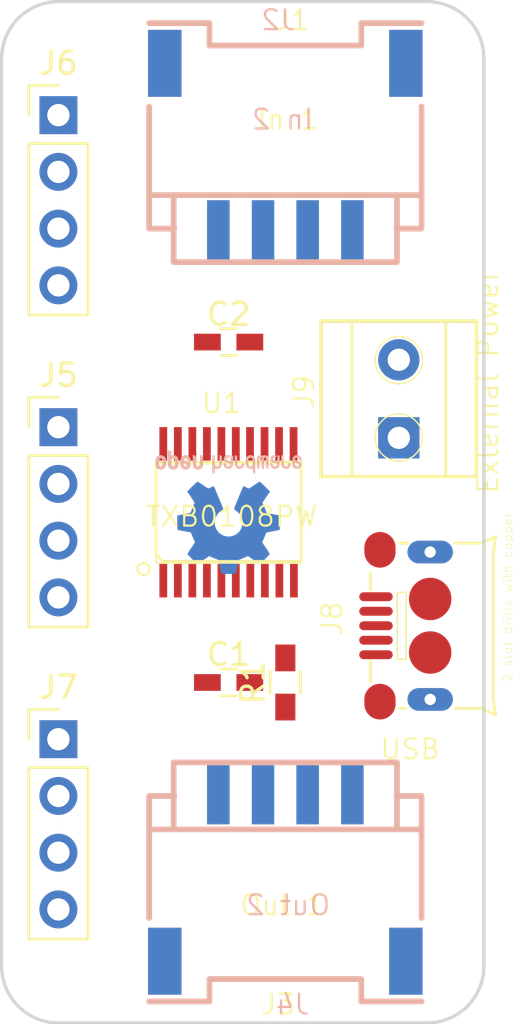
<source format=kicad_pcb>
(kicad_pcb (version 20171130) (host pcbnew 5.0.1)

  (general
    (thickness 1.6)
    (drawings 8)
    (tracks 0)
    (zones 0)
    (modules 14)
    (nets 21)
  )

  (page A4)
  (layers
    (0 F.Cu signal)
    (31 B.Cu signal)
    (32 B.Adhes user)
    (33 F.Adhes user)
    (34 B.Paste user)
    (35 F.Paste user)
    (36 B.SilkS user)
    (37 F.SilkS user)
    (38 B.Mask user)
    (39 F.Mask user)
    (40 Dwgs.User user)
    (41 Cmts.User user)
    (42 Eco1.User user)
    (43 Eco2.User user)
    (44 Edge.Cuts user)
    (45 Margin user)
    (46 B.CrtYd user)
    (47 F.CrtYd user)
    (48 B.Fab user)
    (49 F.Fab user)
  )

  (setup
    (last_trace_width 0.25)
    (trace_clearance 0.2)
    (zone_clearance 0.508)
    (zone_45_only no)
    (trace_min 0.2)
    (segment_width 0.2)
    (edge_width 0.15)
    (via_size 0.8)
    (via_drill 0.4)
    (via_min_size 0.4)
    (via_min_drill 0.3)
    (uvia_size 0.3)
    (uvia_drill 0.1)
    (uvias_allowed no)
    (uvia_min_size 0.2)
    (uvia_min_drill 0.1)
    (pcb_text_width 0.3)
    (pcb_text_size 1.5 1.5)
    (mod_edge_width 0.15)
    (mod_text_size 1 1)
    (mod_text_width 0.15)
    (pad_size 1.524 1.524)
    (pad_drill 0.762)
    (pad_to_mask_clearance 0.051)
    (solder_mask_min_width 0.25)
    (aux_axis_origin 0 0)
    (visible_elements FFFFFF7F)
    (pcbplotparams
      (layerselection 0x010fc_ffffffff)
      (usegerberextensions false)
      (usegerberattributes false)
      (usegerberadvancedattributes false)
      (creategerberjobfile false)
      (excludeedgelayer true)
      (linewidth 0.050000)
      (plotframeref false)
      (viasonmask false)
      (mode 1)
      (useauxorigin false)
      (hpglpennumber 1)
      (hpglpenspeed 20)
      (hpglpendiameter 15.000000)
      (psnegative false)
      (psa4output false)
      (plotreference true)
      (plotvalue true)
      (plotinvisibletext false)
      (padsonsilk false)
      (subtractmaskfromsilk false)
      (outputformat 1)
      (mirror false)
      (drillshape 1)
      (scaleselection 1)
      (outputdirectory ""))
  )

  (net 0 "")
  (net 1 GND)
  (net 2 +3V3)
  (net 3 +5V)
  (net 4 IN_1_CLK)
  (net 5 IN_1_DATA)
  (net 6 IN_2_DATA)
  (net 7 IN_2_CLK)
  (net 8 OUT_1_CLK)
  (net 9 OUT_1_DATA)
  (net 10 OUT_2_DATA)
  (net 11 OUT_2_CLK)
  (net 12 "Net-(J6-Pad4)")
  (net 13 "Net-(J6-Pad3)")
  (net 14 "Net-(J6-Pad2)")
  (net 15 "Net-(J6-Pad1)")
  (net 16 "Net-(J7-Pad1)")
  (net 17 "Net-(J7-Pad2)")
  (net 18 "Net-(J7-Pad3)")
  (net 19 "Net-(J7-Pad4)")
  (net 20 "Net-(R1-Pad2)")

  (net_class Default "This is the default net class."
    (clearance 0.2)
    (trace_width 0.25)
    (via_dia 0.8)
    (via_drill 0.4)
    (uvia_dia 0.3)
    (uvia_drill 0.1)
    (add_net +3V3)
    (add_net +5V)
    (add_net GND)
    (add_net IN_1_CLK)
    (add_net IN_1_DATA)
    (add_net IN_2_CLK)
    (add_net IN_2_DATA)
    (add_net "Net-(J6-Pad1)")
    (add_net "Net-(J6-Pad2)")
    (add_net "Net-(J6-Pad3)")
    (add_net "Net-(J6-Pad4)")
    (add_net "Net-(J7-Pad1)")
    (add_net "Net-(J7-Pad2)")
    (add_net "Net-(J7-Pad3)")
    (add_net "Net-(J7-Pad4)")
    (add_net "Net-(R1-Pad2)")
    (add_net OUT_1_CLK)
    (add_net OUT_1_DATA)
    (add_net OUT_2_CLK)
    (add_net OUT_2_DATA)
  )

  (module Capacitors_SMD:C_0603_HandSoldering (layer F.Cu) (tedit 58AA848B) (tstamp 5BEECEBA)
    (at 38.1 55.88)
    (descr "Capacitor SMD 0603, hand soldering")
    (tags "capacitor 0603")
    (path /5BEEBBED)
    (attr smd)
    (fp_text reference C1 (at 0 -1.25) (layer F.SilkS)
      (effects (font (size 1 1) (thickness 0.15)))
    )
    (fp_text value 100n (at 0 1.5) (layer F.Fab)
      (effects (font (size 1 1) (thickness 0.15)))
    )
    (fp_text user %R (at 0 -1.25) (layer F.Fab)
      (effects (font (size 1 1) (thickness 0.15)))
    )
    (fp_line (start -0.8 0.4) (end -0.8 -0.4) (layer F.Fab) (width 0.1))
    (fp_line (start 0.8 0.4) (end -0.8 0.4) (layer F.Fab) (width 0.1))
    (fp_line (start 0.8 -0.4) (end 0.8 0.4) (layer F.Fab) (width 0.1))
    (fp_line (start -0.8 -0.4) (end 0.8 -0.4) (layer F.Fab) (width 0.1))
    (fp_line (start -0.35 -0.6) (end 0.35 -0.6) (layer F.SilkS) (width 0.12))
    (fp_line (start 0.35 0.6) (end -0.35 0.6) (layer F.SilkS) (width 0.12))
    (fp_line (start -1.8 -0.65) (end 1.8 -0.65) (layer F.CrtYd) (width 0.05))
    (fp_line (start -1.8 -0.65) (end -1.8 0.65) (layer F.CrtYd) (width 0.05))
    (fp_line (start 1.8 0.65) (end 1.8 -0.65) (layer F.CrtYd) (width 0.05))
    (fp_line (start 1.8 0.65) (end -1.8 0.65) (layer F.CrtYd) (width 0.05))
    (pad 1 smd rect (at -0.95 0) (size 1.2 0.75) (layers F.Cu F.Paste F.Mask)
      (net 1 GND))
    (pad 2 smd rect (at 0.95 0) (size 1.2 0.75) (layers F.Cu F.Paste F.Mask)
      (net 2 +3V3))
    (model Capacitors_SMD.3dshapes/C_0603.wrl
      (at (xyz 0 0 0))
      (scale (xyz 1 1 1))
      (rotate (xyz 0 0 0))
    )
  )

  (module Capacitors_SMD:C_0603_HandSoldering (layer F.Cu) (tedit 58AA848B) (tstamp 5BEEBCC1)
    (at 38.1 40.64)
    (descr "Capacitor SMD 0603, hand soldering")
    (tags "capacitor 0603")
    (path /5BEEBA29)
    (attr smd)
    (fp_text reference C2 (at 0 -1.25) (layer F.SilkS)
      (effects (font (size 1 1) (thickness 0.15)))
    )
    (fp_text value 100n (at 0 1.5) (layer F.Fab)
      (effects (font (size 1 1) (thickness 0.15)))
    )
    (fp_line (start 1.8 0.65) (end -1.8 0.65) (layer F.CrtYd) (width 0.05))
    (fp_line (start 1.8 0.65) (end 1.8 -0.65) (layer F.CrtYd) (width 0.05))
    (fp_line (start -1.8 -0.65) (end -1.8 0.65) (layer F.CrtYd) (width 0.05))
    (fp_line (start -1.8 -0.65) (end 1.8 -0.65) (layer F.CrtYd) (width 0.05))
    (fp_line (start 0.35 0.6) (end -0.35 0.6) (layer F.SilkS) (width 0.12))
    (fp_line (start -0.35 -0.6) (end 0.35 -0.6) (layer F.SilkS) (width 0.12))
    (fp_line (start -0.8 -0.4) (end 0.8 -0.4) (layer F.Fab) (width 0.1))
    (fp_line (start 0.8 -0.4) (end 0.8 0.4) (layer F.Fab) (width 0.1))
    (fp_line (start 0.8 0.4) (end -0.8 0.4) (layer F.Fab) (width 0.1))
    (fp_line (start -0.8 0.4) (end -0.8 -0.4) (layer F.Fab) (width 0.1))
    (fp_text user %R (at 0 -1.25) (layer F.Fab)
      (effects (font (size 1 1) (thickness 0.15)))
    )
    (pad 2 smd rect (at 0.95 0) (size 1.2 0.75) (layers F.Cu F.Paste F.Mask)
      (net 1 GND))
    (pad 1 smd rect (at -0.95 0) (size 1.2 0.75) (layers F.Cu F.Paste F.Mask)
      (net 3 +5V))
    (model Capacitors_SMD.3dshapes/C_0603.wrl
      (at (xyz 0 0 0))
      (scale (xyz 1 1 1))
      (rotate (xyz 0 0 0))
    )
  )

  (module grove:HW4-SMD-2.0-90D (layer F.Cu) (tedit 200000) (tstamp 5BEEC40B)
    (at 40.64 35.56)
    (path /5BEEA62B)
    (attr smd)
    (fp_text reference J1 (at 0.3175 -9.3345) (layer F.SilkS)
      (effects (font (size 0.889 0.889) (thickness 0.1016)))
    )
    (fp_text value "In 1" (at 0.127 -4.8895) (layer F.SilkS)
      (effects (font (size 0.889 0.889) (thickness 0.1016)))
    )
    (fp_line (start 3.39852 -9.19988) (end 5.99948 -9.19988) (layer F.SilkS) (width 0.254))
    (fp_line (start 3.39852 -8.19912) (end 3.39852 -9.19988) (layer F.SilkS) (width 0.254))
    (fp_line (start -3.39852 -8.19912) (end 3.39852 -8.19912) (layer F.SilkS) (width 0.254))
    (fp_line (start -3.39852 -9.19988) (end -3.39852 -8.19912) (layer F.SilkS) (width 0.254))
    (fp_line (start -5.99948 -9.19988) (end -3.39852 -9.19988) (layer F.SilkS) (width 0.254))
    (fp_line (start 3.39852 -8.19912) (end 3.39852 -9.19988) (layer F.SilkS) (width 0.254))
    (fp_line (start -3.39852 -8.19912) (end 3.39852 -8.19912) (layer F.SilkS) (width 0.254))
    (fp_line (start -3.39852 -9.19988) (end -3.39852 -8.19912) (layer F.SilkS) (width 0.254))
    (fp_line (start -4.99872 1.4986) (end -4.99872 -0.19812) (layer F.SilkS) (width 0.254))
    (fp_line (start 4.99872 1.4986) (end -4.99872 1.4986) (layer F.SilkS) (width 0.254))
    (fp_line (start 4.99872 -0.09906) (end 4.99872 1.4986) (layer F.SilkS) (width 0.254))
    (fp_line (start 6.09854 -5.46354) (end 6.09854 -0.09906) (layer F.SilkS) (width 0.254))
    (fp_line (start -6.09854 -5.46354) (end -6.09854 -0.19812) (layer F.SilkS) (width 0.254))
    (fp_line (start 6.09854 -1.4986) (end 6.09854 -5.46354) (layer F.SilkS) (width 0.254))
    (fp_line (start -6.09854 -1.4986) (end -6.09854 -5.46354) (layer F.SilkS) (width 0.254))
    (fp_line (start 4.97332 0) (end 6.05282 0) (layer F.SilkS) (width 0.254))
    (fp_line (start -6.05282 0) (end -4.97332 0) (layer F.SilkS) (width 0.254))
    (fp_line (start 6.09854 0) (end 6.09854 -1.4986) (layer F.SilkS) (width 0.254))
    (fp_line (start 4.99872 0) (end 6.09854 0) (layer F.SilkS) (width 0.254))
    (fp_line (start 4.99872 -1.4986) (end 4.99872 0) (layer F.SilkS) (width 0.254))
    (fp_line (start -4.99872 -1.4986) (end 4.99872 -1.4986) (layer F.SilkS) (width 0.254))
    (fp_line (start -4.99872 0) (end -4.99872 -1.4986) (layer F.SilkS) (width 0.254))
    (fp_line (start -6.09854 0) (end -4.99872 0) (layer F.SilkS) (width 0.254))
    (fp_line (start -6.09854 -1.4986) (end -6.09854 0) (layer F.SilkS) (width 0.254))
    (fp_line (start 3.39852 -9.19988) (end 6.09854 -9.19988) (layer F.SilkS) (width 0.254))
    (fp_line (start -6.09854 -9.19988) (end -3.39852 -9.19988) (layer F.SilkS) (width 0.254))
    (fp_line (start 4.99872 -1.4986) (end 6.09854 -1.4986) (layer F.SilkS) (width 0.254))
    (fp_line (start -6.09854 -1.4986) (end -4.99872 -1.4986) (layer F.SilkS) (width 0.254))
    (pad SS2 smd rect (at 5.3975 -7.39902 90) (size 2.99974 1.4986) (layers F.Cu F.Paste F.Mask))
    (pad SS1 smd rect (at -5.3975 -7.39902 90) (size 2.99974 1.4986) (layers F.Cu F.Paste F.Mask))
    (pad 4 smd rect (at 2.99974 0.09906 90) (size 2.73812 1.00838) (layers F.Cu F.Paste F.Mask)
      (net 1 GND))
    (pad 3 smd rect (at 0.99822 0.09906 90) (size 2.73812 1.00838) (layers F.Cu F.Paste F.Mask)
      (net 2 +3V3))
    (pad 2 smd rect (at -0.99822 0.09906 90) (size 2.73812 1.00838) (layers F.Cu F.Paste F.Mask)
      (net 4 IN_1_CLK))
    (pad 1 smd rect (at -2.99974 0.09906 90) (size 2.73812 1.00838) (layers F.Cu F.Paste F.Mask)
      (net 5 IN_1_DATA))
  )

  (module grove:HW4-SMD-2.0-90D (layer B.Cu) (tedit 200000) (tstamp 5BEEBD0D)
    (at 40.64 35.56 180)
    (path /5BEEC6F4)
    (attr smd)
    (fp_text reference J2 (at 0.3175 9.3345 180) (layer B.SilkS)
      (effects (font (size 0.889 0.889) (thickness 0.1016)) (justify mirror))
    )
    (fp_text value "In 2" (at 0.127 4.8895 180) (layer B.SilkS)
      (effects (font (size 0.889 0.889) (thickness 0.1016)) (justify mirror))
    )
    (fp_line (start -6.09854 1.4986) (end -4.99872 1.4986) (layer B.SilkS) (width 0.254))
    (fp_line (start 4.99872 1.4986) (end 6.09854 1.4986) (layer B.SilkS) (width 0.254))
    (fp_line (start -6.09854 9.19988) (end -3.39852 9.19988) (layer B.SilkS) (width 0.254))
    (fp_line (start 3.39852 9.19988) (end 6.09854 9.19988) (layer B.SilkS) (width 0.254))
    (fp_line (start -6.09854 1.4986) (end -6.09854 0) (layer B.SilkS) (width 0.254))
    (fp_line (start -6.09854 0) (end -4.99872 0) (layer B.SilkS) (width 0.254))
    (fp_line (start -4.99872 0) (end -4.99872 1.4986) (layer B.SilkS) (width 0.254))
    (fp_line (start -4.99872 1.4986) (end 4.99872 1.4986) (layer B.SilkS) (width 0.254))
    (fp_line (start 4.99872 1.4986) (end 4.99872 0) (layer B.SilkS) (width 0.254))
    (fp_line (start 4.99872 0) (end 6.09854 0) (layer B.SilkS) (width 0.254))
    (fp_line (start 6.09854 0) (end 6.09854 1.4986) (layer B.SilkS) (width 0.254))
    (fp_line (start -6.05282 0) (end -4.97332 0) (layer B.SilkS) (width 0.254))
    (fp_line (start 4.97332 0) (end 6.05282 0) (layer B.SilkS) (width 0.254))
    (fp_line (start -6.09854 1.4986) (end -6.09854 5.46354) (layer B.SilkS) (width 0.254))
    (fp_line (start 6.09854 1.4986) (end 6.09854 5.46354) (layer B.SilkS) (width 0.254))
    (fp_line (start -6.09854 5.46354) (end -6.09854 0.19812) (layer B.SilkS) (width 0.254))
    (fp_line (start 6.09854 5.46354) (end 6.09854 0.09906) (layer B.SilkS) (width 0.254))
    (fp_line (start 4.99872 0.09906) (end 4.99872 -1.4986) (layer B.SilkS) (width 0.254))
    (fp_line (start 4.99872 -1.4986) (end -4.99872 -1.4986) (layer B.SilkS) (width 0.254))
    (fp_line (start -4.99872 -1.4986) (end -4.99872 0.19812) (layer B.SilkS) (width 0.254))
    (fp_line (start -3.39852 9.19988) (end -3.39852 8.19912) (layer B.SilkS) (width 0.254))
    (fp_line (start -3.39852 8.19912) (end 3.39852 8.19912) (layer B.SilkS) (width 0.254))
    (fp_line (start 3.39852 8.19912) (end 3.39852 9.19988) (layer B.SilkS) (width 0.254))
    (fp_line (start -5.99948 9.19988) (end -3.39852 9.19988) (layer B.SilkS) (width 0.254))
    (fp_line (start -3.39852 9.19988) (end -3.39852 8.19912) (layer B.SilkS) (width 0.254))
    (fp_line (start -3.39852 8.19912) (end 3.39852 8.19912) (layer B.SilkS) (width 0.254))
    (fp_line (start 3.39852 8.19912) (end 3.39852 9.19988) (layer B.SilkS) (width 0.254))
    (fp_line (start 3.39852 9.19988) (end 5.99948 9.19988) (layer B.SilkS) (width 0.254))
    (pad 1 smd rect (at -2.99974 -0.09906 90) (size 2.73812 1.00838) (layers B.Cu B.Paste B.Mask)
      (net 6 IN_2_DATA))
    (pad 2 smd rect (at -0.99822 -0.09906 90) (size 2.73812 1.00838) (layers B.Cu B.Paste B.Mask)
      (net 7 IN_2_CLK))
    (pad 3 smd rect (at 0.99822 -0.09906 90) (size 2.73812 1.00838) (layers B.Cu B.Paste B.Mask)
      (net 2 +3V3))
    (pad 4 smd rect (at 2.99974 -0.09906 90) (size 2.73812 1.00838) (layers B.Cu B.Paste B.Mask)
      (net 1 GND))
    (pad SS1 smd rect (at -5.3975 7.39902 90) (size 2.99974 1.4986) (layers B.Cu B.Paste B.Mask))
    (pad SS2 smd rect (at 5.3975 7.39902 90) (size 2.99974 1.4986) (layers B.Cu B.Paste B.Mask))
  )

  (module grove:HW4-SMD-2.0-90D (layer F.Cu) (tedit 200000) (tstamp 5BEEBD33)
    (at 40.64 60.96 180)
    (path /5BEEC9A6)
    (attr smd)
    (fp_text reference J3 (at 0.3175 -9.3345 180) (layer F.SilkS)
      (effects (font (size 0.889 0.889) (thickness 0.1016)))
    )
    (fp_text value "Out 1" (at 0.127 -4.8895 180) (layer F.SilkS)
      (effects (font (size 0.889 0.889) (thickness 0.1016)))
    )
    (fp_line (start 3.39852 -9.19988) (end 5.99948 -9.19988) (layer F.SilkS) (width 0.254))
    (fp_line (start 3.39852 -8.19912) (end 3.39852 -9.19988) (layer F.SilkS) (width 0.254))
    (fp_line (start -3.39852 -8.19912) (end 3.39852 -8.19912) (layer F.SilkS) (width 0.254))
    (fp_line (start -3.39852 -9.19988) (end -3.39852 -8.19912) (layer F.SilkS) (width 0.254))
    (fp_line (start -5.99948 -9.19988) (end -3.39852 -9.19988) (layer F.SilkS) (width 0.254))
    (fp_line (start 3.39852 -8.19912) (end 3.39852 -9.19988) (layer F.SilkS) (width 0.254))
    (fp_line (start -3.39852 -8.19912) (end 3.39852 -8.19912) (layer F.SilkS) (width 0.254))
    (fp_line (start -3.39852 -9.19988) (end -3.39852 -8.19912) (layer F.SilkS) (width 0.254))
    (fp_line (start -4.99872 1.4986) (end -4.99872 -0.19812) (layer F.SilkS) (width 0.254))
    (fp_line (start 4.99872 1.4986) (end -4.99872 1.4986) (layer F.SilkS) (width 0.254))
    (fp_line (start 4.99872 -0.09906) (end 4.99872 1.4986) (layer F.SilkS) (width 0.254))
    (fp_line (start 6.09854 -5.46354) (end 6.09854 -0.09906) (layer F.SilkS) (width 0.254))
    (fp_line (start -6.09854 -5.46354) (end -6.09854 -0.19812) (layer F.SilkS) (width 0.254))
    (fp_line (start 6.09854 -1.4986) (end 6.09854 -5.46354) (layer F.SilkS) (width 0.254))
    (fp_line (start -6.09854 -1.4986) (end -6.09854 -5.46354) (layer F.SilkS) (width 0.254))
    (fp_line (start 4.97332 0) (end 6.05282 0) (layer F.SilkS) (width 0.254))
    (fp_line (start -6.05282 0) (end -4.97332 0) (layer F.SilkS) (width 0.254))
    (fp_line (start 6.09854 0) (end 6.09854 -1.4986) (layer F.SilkS) (width 0.254))
    (fp_line (start 4.99872 0) (end 6.09854 0) (layer F.SilkS) (width 0.254))
    (fp_line (start 4.99872 -1.4986) (end 4.99872 0) (layer F.SilkS) (width 0.254))
    (fp_line (start -4.99872 -1.4986) (end 4.99872 -1.4986) (layer F.SilkS) (width 0.254))
    (fp_line (start -4.99872 0) (end -4.99872 -1.4986) (layer F.SilkS) (width 0.254))
    (fp_line (start -6.09854 0) (end -4.99872 0) (layer F.SilkS) (width 0.254))
    (fp_line (start -6.09854 -1.4986) (end -6.09854 0) (layer F.SilkS) (width 0.254))
    (fp_line (start 3.39852 -9.19988) (end 6.09854 -9.19988) (layer F.SilkS) (width 0.254))
    (fp_line (start -6.09854 -9.19988) (end -3.39852 -9.19988) (layer F.SilkS) (width 0.254))
    (fp_line (start 4.99872 -1.4986) (end 6.09854 -1.4986) (layer F.SilkS) (width 0.254))
    (fp_line (start -6.09854 -1.4986) (end -4.99872 -1.4986) (layer F.SilkS) (width 0.254))
    (pad SS2 smd rect (at 5.3975 -7.39902 270) (size 2.99974 1.4986) (layers F.Cu F.Paste F.Mask))
    (pad SS1 smd rect (at -5.3975 -7.39902 270) (size 2.99974 1.4986) (layers F.Cu F.Paste F.Mask))
    (pad 4 smd rect (at 2.99974 0.09906 270) (size 2.73812 1.00838) (layers F.Cu F.Paste F.Mask)
      (net 1 GND))
    (pad 3 smd rect (at 0.99822 0.09906 270) (size 2.73812 1.00838) (layers F.Cu F.Paste F.Mask)
      (net 3 +5V))
    (pad 2 smd rect (at -0.99822 0.09906 270) (size 2.73812 1.00838) (layers F.Cu F.Paste F.Mask)
      (net 8 OUT_1_CLK))
    (pad 1 smd rect (at -2.99974 0.09906 270) (size 2.73812 1.00838) (layers F.Cu F.Paste F.Mask)
      (net 9 OUT_1_DATA))
  )

  (module grove:HW4-SMD-2.0-90D (layer B.Cu) (tedit 200000) (tstamp 5BEEBD59)
    (at 40.64 60.96)
    (path /5BEECEC1)
    (attr smd)
    (fp_text reference J4 (at 0.3175 9.3345) (layer B.SilkS)
      (effects (font (size 0.889 0.889) (thickness 0.1016)) (justify mirror))
    )
    (fp_text value "Out 2" (at 0.127 4.8895) (layer B.SilkS)
      (effects (font (size 0.889 0.889) (thickness 0.1016)) (justify mirror))
    )
    (fp_line (start -6.09854 1.4986) (end -4.99872 1.4986) (layer B.SilkS) (width 0.254))
    (fp_line (start 4.99872 1.4986) (end 6.09854 1.4986) (layer B.SilkS) (width 0.254))
    (fp_line (start -6.09854 9.19988) (end -3.39852 9.19988) (layer B.SilkS) (width 0.254))
    (fp_line (start 3.39852 9.19988) (end 6.09854 9.19988) (layer B.SilkS) (width 0.254))
    (fp_line (start -6.09854 1.4986) (end -6.09854 0) (layer B.SilkS) (width 0.254))
    (fp_line (start -6.09854 0) (end -4.99872 0) (layer B.SilkS) (width 0.254))
    (fp_line (start -4.99872 0) (end -4.99872 1.4986) (layer B.SilkS) (width 0.254))
    (fp_line (start -4.99872 1.4986) (end 4.99872 1.4986) (layer B.SilkS) (width 0.254))
    (fp_line (start 4.99872 1.4986) (end 4.99872 0) (layer B.SilkS) (width 0.254))
    (fp_line (start 4.99872 0) (end 6.09854 0) (layer B.SilkS) (width 0.254))
    (fp_line (start 6.09854 0) (end 6.09854 1.4986) (layer B.SilkS) (width 0.254))
    (fp_line (start -6.05282 0) (end -4.97332 0) (layer B.SilkS) (width 0.254))
    (fp_line (start 4.97332 0) (end 6.05282 0) (layer B.SilkS) (width 0.254))
    (fp_line (start -6.09854 1.4986) (end -6.09854 5.46354) (layer B.SilkS) (width 0.254))
    (fp_line (start 6.09854 1.4986) (end 6.09854 5.46354) (layer B.SilkS) (width 0.254))
    (fp_line (start -6.09854 5.46354) (end -6.09854 0.19812) (layer B.SilkS) (width 0.254))
    (fp_line (start 6.09854 5.46354) (end 6.09854 0.09906) (layer B.SilkS) (width 0.254))
    (fp_line (start 4.99872 0.09906) (end 4.99872 -1.4986) (layer B.SilkS) (width 0.254))
    (fp_line (start 4.99872 -1.4986) (end -4.99872 -1.4986) (layer B.SilkS) (width 0.254))
    (fp_line (start -4.99872 -1.4986) (end -4.99872 0.19812) (layer B.SilkS) (width 0.254))
    (fp_line (start -3.39852 9.19988) (end -3.39852 8.19912) (layer B.SilkS) (width 0.254))
    (fp_line (start -3.39852 8.19912) (end 3.39852 8.19912) (layer B.SilkS) (width 0.254))
    (fp_line (start 3.39852 8.19912) (end 3.39852 9.19988) (layer B.SilkS) (width 0.254))
    (fp_line (start -5.99948 9.19988) (end -3.39852 9.19988) (layer B.SilkS) (width 0.254))
    (fp_line (start -3.39852 9.19988) (end -3.39852 8.19912) (layer B.SilkS) (width 0.254))
    (fp_line (start -3.39852 8.19912) (end 3.39852 8.19912) (layer B.SilkS) (width 0.254))
    (fp_line (start 3.39852 8.19912) (end 3.39852 9.19988) (layer B.SilkS) (width 0.254))
    (fp_line (start 3.39852 9.19988) (end 5.99948 9.19988) (layer B.SilkS) (width 0.254))
    (pad 1 smd rect (at -2.99974 -0.09906 270) (size 2.73812 1.00838) (layers B.Cu B.Paste B.Mask)
      (net 10 OUT_2_DATA))
    (pad 2 smd rect (at -0.99822 -0.09906 270) (size 2.73812 1.00838) (layers B.Cu B.Paste B.Mask)
      (net 11 OUT_2_CLK))
    (pad 3 smd rect (at 0.99822 -0.09906 270) (size 2.73812 1.00838) (layers B.Cu B.Paste B.Mask)
      (net 3 +5V))
    (pad 4 smd rect (at 2.99974 -0.09906 270) (size 2.73812 1.00838) (layers B.Cu B.Paste B.Mask)
      (net 1 GND))
    (pad SS1 smd rect (at -5.3975 7.39902 270) (size 2.99974 1.4986) (layers B.Cu B.Paste B.Mask))
    (pad SS2 smd rect (at 5.3975 7.39902 270) (size 2.99974 1.4986) (layers B.Cu B.Paste B.Mask))
  )

  (module Pin_Headers:Pin_Header_Straight_1x04_Pitch2.54mm (layer F.Cu) (tedit 59650532) (tstamp 5BEEBD71)
    (at 30.48 44.45)
    (descr "Through hole straight pin header, 1x04, 2.54mm pitch, single row")
    (tags "Through hole pin header THT 1x04 2.54mm single row")
    (path /5BEFED75)
    (fp_text reference J5 (at 0 -2.33) (layer F.SilkS)
      (effects (font (size 1 1) (thickness 0.15)))
    )
    (fp_text value Power (at 0 9.95) (layer F.Fab)
      (effects (font (size 1 1) (thickness 0.15)))
    )
    (fp_text user %R (at 0 3.81 90) (layer F.Fab)
      (effects (font (size 1 1) (thickness 0.15)))
    )
    (fp_line (start 1.8 -1.8) (end -1.8 -1.8) (layer F.CrtYd) (width 0.05))
    (fp_line (start 1.8 9.4) (end 1.8 -1.8) (layer F.CrtYd) (width 0.05))
    (fp_line (start -1.8 9.4) (end 1.8 9.4) (layer F.CrtYd) (width 0.05))
    (fp_line (start -1.8 -1.8) (end -1.8 9.4) (layer F.CrtYd) (width 0.05))
    (fp_line (start -1.33 -1.33) (end 0 -1.33) (layer F.SilkS) (width 0.12))
    (fp_line (start -1.33 0) (end -1.33 -1.33) (layer F.SilkS) (width 0.12))
    (fp_line (start -1.33 1.27) (end 1.33 1.27) (layer F.SilkS) (width 0.12))
    (fp_line (start 1.33 1.27) (end 1.33 8.95) (layer F.SilkS) (width 0.12))
    (fp_line (start -1.33 1.27) (end -1.33 8.95) (layer F.SilkS) (width 0.12))
    (fp_line (start -1.33 8.95) (end 1.33 8.95) (layer F.SilkS) (width 0.12))
    (fp_line (start -1.27 -0.635) (end -0.635 -1.27) (layer F.Fab) (width 0.1))
    (fp_line (start -1.27 8.89) (end -1.27 -0.635) (layer F.Fab) (width 0.1))
    (fp_line (start 1.27 8.89) (end -1.27 8.89) (layer F.Fab) (width 0.1))
    (fp_line (start 1.27 -1.27) (end 1.27 8.89) (layer F.Fab) (width 0.1))
    (fp_line (start -0.635 -1.27) (end 1.27 -1.27) (layer F.Fab) (width 0.1))
    (pad 4 thru_hole oval (at 0 7.62) (size 1.7 1.7) (drill 1) (layers *.Cu *.Mask)
      (net 1 GND))
    (pad 3 thru_hole oval (at 0 5.08) (size 1.7 1.7) (drill 1) (layers *.Cu *.Mask)
      (net 2 +3V3))
    (pad 2 thru_hole oval (at 0 2.54) (size 1.7 1.7) (drill 1) (layers *.Cu *.Mask)
      (net 1 GND))
    (pad 1 thru_hole rect (at 0 0) (size 1.7 1.7) (drill 1) (layers *.Cu *.Mask)
      (net 3 +5V))
    (model ${KISYS3DMOD}/Pin_Headers.3dshapes/Pin_Header_Straight_1x04_Pitch2.54mm.wrl
      (at (xyz 0 0 0))
      (scale (xyz 1 1 1))
      (rotate (xyz 0 0 0))
    )
  )

  (module Pin_Headers:Pin_Header_Straight_1x04_Pitch2.54mm (layer F.Cu) (tedit 59650532) (tstamp 5BEEBD89)
    (at 30.48 30.48)
    (descr "Through hole straight pin header, 1x04, 2.54mm pitch, single row")
    (tags "Through hole pin header THT 1x04 2.54mm single row")
    (path /5BEF016E)
    (fp_text reference J6 (at 0 -2.33) (layer F.SilkS)
      (effects (font (size 1 1) (thickness 0.15)))
    )
    (fp_text value In (at 0 9.95) (layer F.Fab)
      (effects (font (size 1 1) (thickness 0.15)))
    )
    (fp_text user %R (at 0 3.81 90) (layer F.Fab)
      (effects (font (size 1 1) (thickness 0.15)))
    )
    (fp_line (start 1.8 -1.8) (end -1.8 -1.8) (layer F.CrtYd) (width 0.05))
    (fp_line (start 1.8 9.4) (end 1.8 -1.8) (layer F.CrtYd) (width 0.05))
    (fp_line (start -1.8 9.4) (end 1.8 9.4) (layer F.CrtYd) (width 0.05))
    (fp_line (start -1.8 -1.8) (end -1.8 9.4) (layer F.CrtYd) (width 0.05))
    (fp_line (start -1.33 -1.33) (end 0 -1.33) (layer F.SilkS) (width 0.12))
    (fp_line (start -1.33 0) (end -1.33 -1.33) (layer F.SilkS) (width 0.12))
    (fp_line (start -1.33 1.27) (end 1.33 1.27) (layer F.SilkS) (width 0.12))
    (fp_line (start 1.33 1.27) (end 1.33 8.95) (layer F.SilkS) (width 0.12))
    (fp_line (start -1.33 1.27) (end -1.33 8.95) (layer F.SilkS) (width 0.12))
    (fp_line (start -1.33 8.95) (end 1.33 8.95) (layer F.SilkS) (width 0.12))
    (fp_line (start -1.27 -0.635) (end -0.635 -1.27) (layer F.Fab) (width 0.1))
    (fp_line (start -1.27 8.89) (end -1.27 -0.635) (layer F.Fab) (width 0.1))
    (fp_line (start 1.27 8.89) (end -1.27 8.89) (layer F.Fab) (width 0.1))
    (fp_line (start 1.27 -1.27) (end 1.27 8.89) (layer F.Fab) (width 0.1))
    (fp_line (start -0.635 -1.27) (end 1.27 -1.27) (layer F.Fab) (width 0.1))
    (pad 4 thru_hole oval (at 0 7.62) (size 1.7 1.7) (drill 1) (layers *.Cu *.Mask)
      (net 12 "Net-(J6-Pad4)"))
    (pad 3 thru_hole oval (at 0 5.08) (size 1.7 1.7) (drill 1) (layers *.Cu *.Mask)
      (net 13 "Net-(J6-Pad3)"))
    (pad 2 thru_hole oval (at 0 2.54) (size 1.7 1.7) (drill 1) (layers *.Cu *.Mask)
      (net 14 "Net-(J6-Pad2)"))
    (pad 1 thru_hole rect (at 0 0) (size 1.7 1.7) (drill 1) (layers *.Cu *.Mask)
      (net 15 "Net-(J6-Pad1)"))
    (model ${KISYS3DMOD}/Pin_Headers.3dshapes/Pin_Header_Straight_1x04_Pitch2.54mm.wrl
      (at (xyz 0 0 0))
      (scale (xyz 1 1 1))
      (rotate (xyz 0 0 0))
    )
  )

  (module Pin_Headers:Pin_Header_Straight_1x04_Pitch2.54mm (layer F.Cu) (tedit 59650532) (tstamp 5BEEBDA1)
    (at 30.48 58.42)
    (descr "Through hole straight pin header, 1x04, 2.54mm pitch, single row")
    (tags "Through hole pin header THT 1x04 2.54mm single row")
    (path /5BEF2EA9)
    (fp_text reference J7 (at 0 -2.33) (layer F.SilkS)
      (effects (font (size 1 1) (thickness 0.15)))
    )
    (fp_text value Out (at 0 9.95) (layer F.Fab)
      (effects (font (size 1 1) (thickness 0.15)))
    )
    (fp_line (start -0.635 -1.27) (end 1.27 -1.27) (layer F.Fab) (width 0.1))
    (fp_line (start 1.27 -1.27) (end 1.27 8.89) (layer F.Fab) (width 0.1))
    (fp_line (start 1.27 8.89) (end -1.27 8.89) (layer F.Fab) (width 0.1))
    (fp_line (start -1.27 8.89) (end -1.27 -0.635) (layer F.Fab) (width 0.1))
    (fp_line (start -1.27 -0.635) (end -0.635 -1.27) (layer F.Fab) (width 0.1))
    (fp_line (start -1.33 8.95) (end 1.33 8.95) (layer F.SilkS) (width 0.12))
    (fp_line (start -1.33 1.27) (end -1.33 8.95) (layer F.SilkS) (width 0.12))
    (fp_line (start 1.33 1.27) (end 1.33 8.95) (layer F.SilkS) (width 0.12))
    (fp_line (start -1.33 1.27) (end 1.33 1.27) (layer F.SilkS) (width 0.12))
    (fp_line (start -1.33 0) (end -1.33 -1.33) (layer F.SilkS) (width 0.12))
    (fp_line (start -1.33 -1.33) (end 0 -1.33) (layer F.SilkS) (width 0.12))
    (fp_line (start -1.8 -1.8) (end -1.8 9.4) (layer F.CrtYd) (width 0.05))
    (fp_line (start -1.8 9.4) (end 1.8 9.4) (layer F.CrtYd) (width 0.05))
    (fp_line (start 1.8 9.4) (end 1.8 -1.8) (layer F.CrtYd) (width 0.05))
    (fp_line (start 1.8 -1.8) (end -1.8 -1.8) (layer F.CrtYd) (width 0.05))
    (fp_text user %R (at 0 3.81 90) (layer F.Fab)
      (effects (font (size 1 1) (thickness 0.15)))
    )
    (pad 1 thru_hole rect (at 0 0) (size 1.7 1.7) (drill 1) (layers *.Cu *.Mask)
      (net 16 "Net-(J7-Pad1)"))
    (pad 2 thru_hole oval (at 0 2.54) (size 1.7 1.7) (drill 1) (layers *.Cu *.Mask)
      (net 17 "Net-(J7-Pad2)"))
    (pad 3 thru_hole oval (at 0 5.08) (size 1.7 1.7) (drill 1) (layers *.Cu *.Mask)
      (net 18 "Net-(J7-Pad3)"))
    (pad 4 thru_hole oval (at 0 7.62) (size 1.7 1.7) (drill 1) (layers *.Cu *.Mask)
      (net 19 "Net-(J7-Pad4)"))
    (model ${KISYS3DMOD}/Pin_Headers.3dshapes/Pin_Header_Straight_1x04_Pitch2.54mm.wrl
      (at (xyz 0 0 0))
      (scale (xyz 1 1 1))
      (rotate (xyz 0 0 0))
    )
  )

  (module seeed-opl:MICRO-USB5+6P-SMD-0.65-B (layer F.Cu) (tedit 200000) (tstamp 5BEED127)
    (at 44.45 53.34 90)
    (path /5BEEA18B)
    (attr smd)
    (fp_text reference J8 (at 0.3175 -1.7145 90) (layer F.SilkS)
      (effects (font (size 0.889 0.889) (thickness 0.1016)))
    )
    (fp_text value USB (at -5.5245 1.778 180) (layer F.SilkS)
      (effects (font (size 0.889 0.889) (thickness 0.1016)))
    )
    (fp_text user "2 slot drills with copper" (at 1.27 6.1468 90) (layer F.SilkS)
      (effects (font (size 0.4064 0.4064) (thickness 0.0254)))
    )
    (fp_line (start -3.69824 1.59766) (end -3.69824 1.29794) (layer F.SilkS) (width 0.127))
    (fp_line (start -3.69824 4.99872) (end -3.69824 3.79984) (layer F.SilkS) (width 0.127))
    (fp_line (start 3.69824 3.79984) (end 3.69824 4.99872) (layer F.SilkS) (width 0.127))
    (fp_line (start 3.69824 1.29794) (end 3.69824 1.69926) (layer F.SilkS) (width 0.127))
    (fp_line (start 1.59766 0) (end 2.39776 0) (layer F.SilkS) (width 0.127))
    (fp_line (start -1.59766 0) (end -2.49936 0) (layer F.SilkS) (width 0.127))
    (fp_line (start 3.29946 2.413) (end 3.29946 3.175) (layer Dwgs.User) (width 0.508))
    (fp_line (start -3.29946 2.413) (end -3.29946 3.175) (layer Dwgs.User) (width 0.508))
    (fp_line (start 3.175 4.318) (end 3.429 4.699) (layer Dwgs.User) (width 0.127))
    (fp_line (start 3.175 4.318) (end 2.921 4.699) (layer Dwgs.User) (width 0.127))
    (fp_line (start 3.175 5.715) (end 3.175 4.318) (layer Dwgs.User) (width 0.127))
    (fp_line (start -3.175 4.318) (end -2.921 4.699) (layer Dwgs.User) (width 0.127))
    (fp_line (start -3.175 4.318) (end -3.429 4.699) (layer Dwgs.User) (width 0.127))
    (fp_line (start -3.175 5.715) (end -3.175 4.318) (layer Dwgs.User) (width 0.127))
    (fp_line (start 3.19786 5.4991) (end 3.99796 5.59816) (layer F.SilkS) (width 0.127))
    (fp_line (start -3.29946 5.4991) (end -3.99796 5.59816) (layer F.SilkS) (width 0.127))
    (fp_line (start -3.29946 5.4991) (end 3.19786 5.4991) (layer F.SilkS) (width 0.127))
    (fp_line (start -3.69824 5.09778) (end 3.69824 5.09778) (layer F.SilkS) (width 0.127))
    (fp_line (start 3.69824 4.99872) (end 3.99796 5.59816) (layer F.SilkS) (width 0.127))
    (fp_line (start -3.69824 4.99872) (end -3.99796 5.59816) (layer F.SilkS) (width 0.127))
    (fp_line (start 3.69824 0) (end 3.69824 4.99872) (layer Dwgs.User) (width 0.127))
    (fp_line (start -3.69824 0) (end 3.69824 0) (layer Dwgs.User) (width 0.127))
    (fp_line (start -3.69824 4.99872) (end -3.69824 0) (layer Dwgs.User) (width 0.127))
    (fp_line (start -1.4986 1.59766) (end -1.4986 1.19888) (layer F.SilkS) (width 0.06604))
    (fp_line (start -1.4986 1.19888) (end 1.4986 1.19888) (layer F.SilkS) (width 0.06604))
    (fp_line (start 1.4986 1.59766) (end 1.4986 1.19888) (layer F.SilkS) (width 0.06604))
    (fp_line (start -1.4986 1.59766) (end 1.4986 1.59766) (layer F.SilkS) (width 0.06604))
    (pad S6 smd oval (at 3.39852 0.42672 180) (size 1.39954 1.59766) (layers F.Cu F.Paste F.Mask)
      (net 1 GND))
    (pad S5 thru_hole oval (at 3.29946 2.67462 270) (size 1.016 2.032) (drill 0.508) (layers *.Cu *.Paste *.Mask)
      (net 1 GND))
    (pad S4 smd circle (at 1.19888 2.67462 90) (size 1.89992 1.89992) (layers F.Cu F.Paste F.Mask)
      (net 1 GND))
    (pad S3 smd circle (at -1.19888 2.67462 90) (size 1.89992 1.89992) (layers F.Cu F.Paste F.Mask)
      (net 1 GND))
    (pad S2 thru_hole oval (at -3.29946 2.67462 270) (size 1.016 2.032) (drill 0.508) (layers *.Cu *.Paste *.Mask)
      (net 1 GND))
    (pad S1 smd oval (at -3.39852 0.42672 180) (size 1.39954 1.59766) (layers F.Cu F.Paste F.Mask)
      (net 1 GND))
    (pad 5 smd oval (at 1.29794 0.24892 270) (size 0.39878 1.4986) (layers F.Cu F.Paste F.Mask)
      (net 1 GND))
    (pad 4 smd oval (at 0.6477 0.24892 270) (size 0.39878 1.4986) (layers F.Cu F.Paste F.Mask))
    (pad 3 smd oval (at 0 0.24892 270) (size 0.39878 1.4986) (layers F.Cu F.Paste F.Mask))
    (pad 2 smd oval (at -0.6477 0.24892 270) (size 0.39878 1.4986) (layers F.Cu F.Paste F.Mask))
    (pad 1 smd oval (at -1.29794 0.24892 270) (size 0.39878 1.4986) (layers F.Cu F.Paste F.Mask)
      (net 3 +5V))
  )

  (module seeed-opl:H2-3.5-7.0X7.0MM (layer F.Cu) (tedit 200000) (tstamp 5BEEBDE2)
    (at 45.72 43.18 90)
    (path /5BF2CF0B)
    (attr virtual)
    (fp_text reference J9 (at 0.3175 -4.2545 90) (layer F.SilkS)
      (effects (font (size 0.889 0.889) (thickness 0.1016)))
    )
    (fp_text value "External Power" (at 0.762 4.0005 90) (layer F.SilkS)
      (effects (font (size 0.889 0.889) (thickness 0.1016)))
    )
    (fp_circle (center 1.72974 0) (end 2.47904 0.7493) (layer F.SilkS) (width 0.0635))
    (fp_circle (center -1.72974 0) (end -2.47904 0.7493) (layer F.SilkS) (width 0.0635))
    (fp_line (start -3.49758 2.09804) (end 3.49758 2.09804) (layer F.SilkS) (width 0.127))
    (fp_line (start -3.49758 -2.09804) (end 3.49758 -2.09804) (layer F.SilkS) (width 0.127))
    (fp_line (start -3.49758 -2.09804) (end -3.49758 -3.49758) (layer F.SilkS) (width 0.127))
    (fp_line (start -3.49758 2.09804) (end -3.49758 -2.09804) (layer F.SilkS) (width 0.127))
    (fp_line (start -3.49758 3.49758) (end -3.49758 2.09804) (layer F.SilkS) (width 0.127))
    (fp_line (start 3.49758 3.49758) (end -3.49758 3.49758) (layer F.SilkS) (width 0.127))
    (fp_line (start 3.49758 2.09804) (end 3.49758 3.49758) (layer F.SilkS) (width 0.127))
    (fp_line (start 3.49758 -2.09804) (end 3.49758 2.09804) (layer F.SilkS) (width 0.127))
    (fp_line (start 3.49758 -3.49758) (end 3.49758 -2.09804) (layer F.SilkS) (width 0.127))
    (fp_line (start -3.49758 -3.49758) (end 3.49758 -3.49758) (layer F.SilkS) (width 0.127))
    (fp_line (start -3.429 3.429) (end -3.429 -3.429) (layer F.SilkS) (width 0.06604))
    (fp_line (start -3.429 -3.429) (end 3.429 -3.429) (layer F.SilkS) (width 0.06604))
    (fp_line (start 3.429 3.429) (end 3.429 -3.429) (layer F.SilkS) (width 0.06604))
    (fp_line (start -3.429 3.429) (end 3.429 3.429) (layer F.SilkS) (width 0.06604))
    (pad 2 thru_hole circle (at 1.74752 0 90) (size 1.84912 1.84912) (drill 0.99822) (layers *.Cu *.Paste *.Mask)
      (net 1 GND))
    (pad 1 thru_hole rect (at -1.74752 0 90) (size 1.84912 1.84912) (drill 0.99822) (layers *.Cu *.Paste *.Mask)
      (net 3 +5V))
  )

  (module Resistors_SMD:R_0603_HandSoldering (layer F.Cu) (tedit 58E0A804) (tstamp 5BEEBDF3)
    (at 40.64 55.88 90)
    (descr "Resistor SMD 0603, hand soldering")
    (tags "resistor 0603")
    (path /5BEED4E8)
    (attr smd)
    (fp_text reference R1 (at 0 -1.45 90) (layer F.SilkS)
      (effects (font (size 1 1) (thickness 0.15)))
    )
    (fp_text value 10k (at 0 1.55 90) (layer F.Fab)
      (effects (font (size 1 1) (thickness 0.15)))
    )
    (fp_line (start 1.95 0.7) (end -1.96 0.7) (layer F.CrtYd) (width 0.05))
    (fp_line (start 1.95 0.7) (end 1.95 -0.7) (layer F.CrtYd) (width 0.05))
    (fp_line (start -1.96 -0.7) (end -1.96 0.7) (layer F.CrtYd) (width 0.05))
    (fp_line (start -1.96 -0.7) (end 1.95 -0.7) (layer F.CrtYd) (width 0.05))
    (fp_line (start -0.5 -0.68) (end 0.5 -0.68) (layer F.SilkS) (width 0.12))
    (fp_line (start 0.5 0.68) (end -0.5 0.68) (layer F.SilkS) (width 0.12))
    (fp_line (start -0.8 -0.4) (end 0.8 -0.4) (layer F.Fab) (width 0.1))
    (fp_line (start 0.8 -0.4) (end 0.8 0.4) (layer F.Fab) (width 0.1))
    (fp_line (start 0.8 0.4) (end -0.8 0.4) (layer F.Fab) (width 0.1))
    (fp_line (start -0.8 0.4) (end -0.8 -0.4) (layer F.Fab) (width 0.1))
    (fp_text user %R (at 0 0 90) (layer F.Fab)
      (effects (font (size 0.4 0.4) (thickness 0.075)))
    )
    (pad 2 smd rect (at 1.1 0 90) (size 1.2 0.9) (layers F.Cu F.Paste F.Mask)
      (net 20 "Net-(R1-Pad2)"))
    (pad 1 smd rect (at -1.1 0 90) (size 1.2 0.9) (layers F.Cu F.Paste F.Mask)
      (net 2 +3V3))
    (model ${KISYS3DMOD}/Resistors_SMD.3dshapes/R_0603.wrl
      (at (xyz 0 0 0))
      (scale (xyz 1 1 1))
      (rotate (xyz 0 0 0))
    )
  )

  (module seeed-opl:TSSOP20-0.65-6.5X4.4MM (layer F.Cu) (tedit 200000) (tstamp 5BEEBE15)
    (at 38.1 48.26)
    (path /5BEEB257)
    (attr smd)
    (fp_text reference U1 (at -0.3175 -4.8895) (layer F.SilkS)
      (effects (font (size 0.889 0.889) (thickness 0.1016)))
    )
    (fp_text value TXB0108PW (at 0.127 0.1905) (layer F.SilkS)
      (effects (font (size 0.889 0.889) (thickness 0.1016)))
    )
    (fp_circle (center -3.81 2.54) (end -4.0005 2.7305) (layer F.SilkS) (width 0.1))
    (fp_line (start -3.24866 1.89484) (end -3.24866 -2.19964) (layer F.SilkS) (width 0.127))
    (fp_line (start -2.94386 2.19964) (end -3.24866 1.89484) (layer F.SilkS) (width 0.127))
    (fp_line (start 3.24866 2.19964) (end -2.94386 2.19964) (layer F.SilkS) (width 0.127))
    (fp_line (start 3.24866 -2.19964) (end 3.24866 2.19964) (layer F.SilkS) (width 0.127))
    (fp_line (start -3.24866 -2.19964) (end 3.24866 -2.19964) (layer F.SilkS) (width 0.127))
    (fp_line (start -3.24866 2.2733) (end -3.24866 -2.2733) (layer F.SilkS) (width 0.06604))
    (fp_line (start -3.24866 -2.2733) (end 3.24866 -2.2733) (layer F.SilkS) (width 0.06604))
    (fp_line (start 3.24866 2.2733) (end 3.24866 -2.2733) (layer F.SilkS) (width 0.06604))
    (fp_line (start -3.24866 2.2733) (end 3.24866 2.2733) (layer F.SilkS) (width 0.06604))
    (pad 20 smd rect (at -2.92354 -3.06324 90) (size 1.4986 0.34798) (layers F.Cu F.Paste F.Mask)
      (net 8 OUT_1_CLK))
    (pad 19 smd rect (at -2.2733 -3.06324 90) (size 1.4986 0.34798) (layers F.Cu F.Paste F.Mask)
      (net 3 +5V))
    (pad 18 smd rect (at -1.62306 -3.06324 90) (size 1.4986 0.34798) (layers F.Cu F.Paste F.Mask)
      (net 9 OUT_1_DATA))
    (pad 17 smd rect (at -0.97282 -3.06324 90) (size 1.4986 0.34798) (layers F.Cu F.Paste F.Mask)
      (net 11 OUT_2_CLK))
    (pad 16 smd rect (at -0.32258 -3.06324 90) (size 1.4986 0.34798) (layers F.Cu F.Paste F.Mask)
      (net 10 OUT_2_DATA))
    (pad 15 smd rect (at 0.32258 -3.06324 90) (size 1.4986 0.34798) (layers F.Cu F.Paste F.Mask)
      (net 16 "Net-(J7-Pad1)"))
    (pad 14 smd rect (at 0.95758 -3.06324 90) (size 1.4986 0.34798) (layers F.Cu F.Paste F.Mask)
      (net 17 "Net-(J7-Pad2)"))
    (pad 13 smd rect (at 1.60782 -3.06324 90) (size 1.4986 0.34798) (layers F.Cu F.Paste F.Mask)
      (net 18 "Net-(J7-Pad3)"))
    (pad 12 smd rect (at 2.25806 -3.06324 90) (size 1.4986 0.34798) (layers F.Cu F.Paste F.Mask)
      (net 19 "Net-(J7-Pad4)"))
    (pad 11 smd rect (at 2.9083 -3.06324 90) (size 1.4986 0.34798) (layers F.Cu F.Paste F.Mask)
      (net 1 GND))
    (pad 10 smd rect (at 2.92354 3.06324 90) (size 1.4986 0.34798) (layers F.Cu F.Paste F.Mask)
      (net 20 "Net-(R1-Pad2)"))
    (pad 9 smd rect (at 2.2733 3.06324 90) (size 1.4986 0.34798) (layers F.Cu F.Paste F.Mask)
      (net 12 "Net-(J6-Pad4)"))
    (pad 8 smd rect (at 1.62306 3.06324 90) (size 1.4986 0.34798) (layers F.Cu F.Paste F.Mask)
      (net 13 "Net-(J6-Pad3)"))
    (pad 7 smd rect (at 0.97282 3.06324 90) (size 1.4986 0.34798) (layers F.Cu F.Paste F.Mask)
      (net 14 "Net-(J6-Pad2)"))
    (pad 6 smd rect (at 0.32258 3.06324 90) (size 1.4986 0.34798) (layers F.Cu F.Paste F.Mask)
      (net 15 "Net-(J6-Pad1)"))
    (pad 5 smd rect (at -0.32258 3.06324 90) (size 1.4986 0.34798) (layers F.Cu F.Paste F.Mask)
      (net 6 IN_2_DATA))
    (pad 4 smd rect (at -0.97282 3.06324 90) (size 1.4986 0.34798) (layers F.Cu F.Paste F.Mask)
      (net 7 IN_2_CLK))
    (pad 3 smd rect (at -1.62306 3.06324 90) (size 1.4986 0.34798) (layers F.Cu F.Paste F.Mask)
      (net 5 IN_1_DATA))
    (pad 2 smd rect (at -2.2733 3.06324 90) (size 1.4986 0.34798) (layers F.Cu F.Paste F.Mask)
      (net 2 +3V3))
    (pad 1 smd rect (at -2.92354 3.06324 90) (size 1.4986 0.34798) (layers F.Cu F.Paste F.Mask)
      (net 4 IN_1_CLK))
  )

  (module logos:OSHW-Logo2_7.3x6mm_Copper (layer B.Cu) (tedit 0) (tstamp 5BEEBE27)
    (at 38.1 48.26)
    (descr "Open Source Hardware Symbol")
    (tags "Logo Symbol OSHW")
    (path /5BF3B302)
    (attr virtual)
    (fp_text reference Z1 (at 0 0) (layer B.SilkS) hide
      (effects (font (size 1 1) (thickness 0.15)) (justify mirror))
    )
    (fp_text value symbol (at 0.75 0) (layer B.Fab) hide
      (effects (font (size 1 1) (thickness 0.15)) (justify mirror))
    )
    (fp_poly (pts (xy -2.400256 -1.919918) (xy -2.344799 -1.947568) (xy -2.295852 -1.99848) (xy -2.282371 -2.017338)
      (xy -2.267686 -2.042015) (xy -2.258158 -2.068816) (xy -2.252707 -2.104587) (xy -2.250253 -2.156169)
      (xy -2.249714 -2.224267) (xy -2.252148 -2.317588) (xy -2.260606 -2.387657) (xy -2.276826 -2.439931)
      (xy -2.302546 -2.479869) (xy -2.339503 -2.512929) (xy -2.342218 -2.514886) (xy -2.37864 -2.534908)
      (xy -2.422498 -2.544815) (xy -2.478276 -2.547257) (xy -2.568952 -2.547257) (xy -2.56899 -2.635283)
      (xy -2.569834 -2.684308) (xy -2.574976 -2.713065) (xy -2.588413 -2.730311) (xy -2.614142 -2.744808)
      (xy -2.620321 -2.747769) (xy -2.649236 -2.761648) (xy -2.671624 -2.770414) (xy -2.688271 -2.771171)
      (xy -2.699964 -2.761023) (xy -2.70749 -2.737073) (xy -2.711634 -2.696426) (xy -2.713185 -2.636186)
      (xy -2.712929 -2.553455) (xy -2.711651 -2.445339) (xy -2.711252 -2.413) (xy -2.709815 -2.301524)
      (xy -2.708528 -2.228603) (xy -2.569029 -2.228603) (xy -2.568245 -2.290499) (xy -2.56476 -2.330997)
      (xy -2.556876 -2.357708) (xy -2.542895 -2.378244) (xy -2.533403 -2.38826) (xy -2.494596 -2.417567)
      (xy -2.460237 -2.419952) (xy -2.424784 -2.39575) (xy -2.423886 -2.394857) (xy -2.409461 -2.376153)
      (xy -2.400687 -2.350732) (xy -2.396261 -2.311584) (xy -2.394882 -2.251697) (xy -2.394857 -2.23843)
      (xy -2.398188 -2.155901) (xy -2.409031 -2.098691) (xy -2.42866 -2.063766) (xy -2.45835 -2.048094)
      (xy -2.475509 -2.046514) (xy -2.516234 -2.053926) (xy -2.544168 -2.07833) (xy -2.560983 -2.12298)
      (xy -2.56835 -2.19113) (xy -2.569029 -2.228603) (xy -2.708528 -2.228603) (xy -2.708292 -2.215245)
      (xy -2.706323 -2.150333) (xy -2.70355 -2.102958) (xy -2.699612 -2.06929) (xy -2.694151 -2.045498)
      (xy -2.686808 -2.027753) (xy -2.677223 -2.012224) (xy -2.673113 -2.006381) (xy -2.618595 -1.951185)
      (xy -2.549664 -1.91989) (xy -2.469928 -1.911165) (xy -2.400256 -1.919918)) (layer B.SilkS) (width 0.01))
    (fp_poly (pts (xy -1.283907 -1.92778) (xy -1.237328 -1.954723) (xy -1.204943 -1.981466) (xy -1.181258 -2.009484)
      (xy -1.164941 -2.043748) (xy -1.154661 -2.089227) (xy -1.149086 -2.150892) (xy -1.146884 -2.233711)
      (xy -1.146629 -2.293246) (xy -1.146629 -2.512391) (xy -1.208314 -2.540044) (xy -1.27 -2.567697)
      (xy -1.277257 -2.32767) (xy -1.280256 -2.238028) (xy -1.283402 -2.172962) (xy -1.287299 -2.128026)
      (xy -1.292553 -2.09877) (xy -1.299769 -2.080748) (xy -1.30955 -2.069511) (xy -1.312688 -2.067079)
      (xy -1.360239 -2.048083) (xy -1.408303 -2.0556) (xy -1.436914 -2.075543) (xy -1.448553 -2.089675)
      (xy -1.456609 -2.10822) (xy -1.461729 -2.136334) (xy -1.464559 -2.179173) (xy -1.465744 -2.241895)
      (xy -1.465943 -2.307261) (xy -1.465982 -2.389268) (xy -1.467386 -2.447316) (xy -1.472086 -2.486465)
      (xy -1.482013 -2.51178) (xy -1.499097 -2.528323) (xy -1.525268 -2.541156) (xy -1.560225 -2.554491)
      (xy -1.598404 -2.569007) (xy -1.593859 -2.311389) (xy -1.592029 -2.218519) (xy -1.589888 -2.149889)
      (xy -1.586819 -2.100711) (xy -1.582206 -2.066198) (xy -1.575432 -2.041562) (xy -1.565881 -2.022016)
      (xy -1.554366 -2.00477) (xy -1.49881 -1.94968) (xy -1.43102 -1.917822) (xy -1.357287 -1.910191)
      (xy -1.283907 -1.92778)) (layer B.SilkS) (width 0.01))
    (fp_poly (pts (xy -2.958885 -1.921962) (xy -2.890855 -1.957733) (xy -2.840649 -2.015301) (xy -2.822815 -2.052312)
      (xy -2.808937 -2.107882) (xy -2.801833 -2.178096) (xy -2.80116 -2.254727) (xy -2.806573 -2.329552)
      (xy -2.81773 -2.394342) (xy -2.834286 -2.440873) (xy -2.839374 -2.448887) (xy -2.899645 -2.508707)
      (xy -2.971231 -2.544535) (xy -3.048908 -2.55502) (xy -3.127452 -2.53881) (xy -3.149311 -2.529092)
      (xy -3.191878 -2.499143) (xy -3.229237 -2.459433) (xy -3.232768 -2.454397) (xy -3.247119 -2.430124)
      (xy -3.256606 -2.404178) (xy -3.26221 -2.370022) (xy -3.264914 -2.321119) (xy -3.265701 -2.250935)
      (xy -3.265714 -2.2352) (xy -3.265678 -2.230192) (xy -3.120571 -2.230192) (xy -3.119727 -2.29643)
      (xy -3.116404 -2.340386) (xy -3.109417 -2.368779) (xy -3.097584 -2.388325) (xy -3.091543 -2.394857)
      (xy -3.056814 -2.41968) (xy -3.023097 -2.418548) (xy -2.989005 -2.397016) (xy -2.968671 -2.374029)
      (xy -2.956629 -2.340478) (xy -2.949866 -2.287569) (xy -2.949402 -2.281399) (xy -2.948248 -2.185513)
      (xy -2.960312 -2.114299) (xy -2.98543 -2.068194) (xy -3.02344 -2.047635) (xy -3.037008 -2.046514)
      (xy -3.072636 -2.052152) (xy -3.097006 -2.071686) (xy -3.111907 -2.109042) (xy -3.119125 -2.16815)
      (xy -3.120571 -2.230192) (xy -3.265678 -2.230192) (xy -3.265174 -2.160413) (xy -3.262904 -2.108159)
      (xy -3.257932 -2.071949) (xy -3.249287 -2.045299) (xy -3.235995 -2.021722) (xy -3.233057 -2.017338)
      (xy -3.183687 -1.958249) (xy -3.129891 -1.923947) (xy -3.064398 -1.910331) (xy -3.042158 -1.909665)
      (xy -2.958885 -1.921962)) (layer B.SilkS) (width 0.01))
    (fp_poly (pts (xy -1.831697 -1.931239) (xy -1.774473 -1.969735) (xy -1.730251 -2.025335) (xy -1.703833 -2.096086)
      (xy -1.69849 -2.148162) (xy -1.699097 -2.169893) (xy -1.704178 -2.186531) (xy -1.718145 -2.201437)
      (xy -1.745411 -2.217973) (xy -1.790388 -2.239498) (xy -1.857489 -2.269374) (xy -1.857829 -2.269524)
      (xy -1.919593 -2.297813) (xy -1.970241 -2.322933) (xy -2.004596 -2.342179) (xy -2.017482 -2.352848)
      (xy -2.017486 -2.352934) (xy -2.006128 -2.376166) (xy -1.979569 -2.401774) (xy -1.949077 -2.420221)
      (xy -1.93363 -2.423886) (xy -1.891485 -2.411212) (xy -1.855192 -2.379471) (xy -1.837483 -2.344572)
      (xy -1.820448 -2.318845) (xy -1.787078 -2.289546) (xy -1.747851 -2.264235) (xy -1.713244 -2.250471)
      (xy -1.706007 -2.249714) (xy -1.697861 -2.26216) (xy -1.69737 -2.293972) (xy -1.703357 -2.336866)
      (xy -1.714643 -2.382558) (xy -1.73005 -2.422761) (xy -1.730829 -2.424322) (xy -1.777196 -2.489062)
      (xy -1.837289 -2.533097) (xy -1.905535 -2.554711) (xy -1.976362 -2.552185) (xy -2.044196 -2.523804)
      (xy -2.047212 -2.521808) (xy -2.100573 -2.473448) (xy -2.13566 -2.410352) (xy -2.155078 -2.327387)
      (xy -2.157684 -2.304078) (xy -2.162299 -2.194055) (xy -2.156767 -2.142748) (xy -2.017486 -2.142748)
      (xy -2.015676 -2.174753) (xy -2.005778 -2.184093) (xy -1.981102 -2.177105) (xy -1.942205 -2.160587)
      (xy -1.898725 -2.139881) (xy -1.897644 -2.139333) (xy -1.860791 -2.119949) (xy -1.846 -2.107013)
      (xy -1.849647 -2.093451) (xy -1.865005 -2.075632) (xy -1.904077 -2.049845) (xy -1.946154 -2.04795)
      (xy -1.983897 -2.066717) (xy -2.009966 -2.102915) (xy -2.017486 -2.142748) (xy -2.156767 -2.142748)
      (xy -2.152806 -2.106027) (xy -2.12845 -2.036212) (xy -2.094544 -1.987302) (xy -2.033347 -1.937878)
      (xy -1.965937 -1.913359) (xy -1.89712 -1.911797) (xy -1.831697 -1.931239)) (layer B.SilkS) (width 0.01))
    (fp_poly (pts (xy -0.624114 -1.851289) (xy -0.619861 -1.910613) (xy -0.614975 -1.945572) (xy -0.608205 -1.96082)
      (xy -0.598298 -1.961015) (xy -0.595086 -1.959195) (xy -0.552356 -1.946015) (xy -0.496773 -1.946785)
      (xy -0.440263 -1.960333) (xy -0.404918 -1.977861) (xy -0.368679 -2.005861) (xy -0.342187 -2.037549)
      (xy -0.324001 -2.077813) (xy -0.312678 -2.131543) (xy -0.306778 -2.203626) (xy -0.304857 -2.298951)
      (xy -0.304823 -2.317237) (xy -0.3048 -2.522646) (xy -0.350509 -2.53858) (xy -0.382973 -2.54942)
      (xy -0.400785 -2.554468) (xy -0.401309 -2.554514) (xy -0.403063 -2.540828) (xy -0.404556 -2.503076)
      (xy -0.405674 -2.446224) (xy -0.406303 -2.375234) (xy -0.4064 -2.332073) (xy -0.406602 -2.246973)
      (xy -0.407642 -2.185981) (xy -0.410169 -2.144177) (xy -0.414836 -2.116642) (xy -0.422293 -2.098456)
      (xy -0.433189 -2.084698) (xy -0.439993 -2.078073) (xy -0.486728 -2.051375) (xy -0.537728 -2.049375)
      (xy -0.583999 -2.071955) (xy -0.592556 -2.080107) (xy -0.605107 -2.095436) (xy -0.613812 -2.113618)
      (xy -0.619369 -2.139909) (xy -0.622474 -2.179562) (xy -0.623824 -2.237832) (xy -0.624114 -2.318173)
      (xy -0.624114 -2.522646) (xy -0.669823 -2.53858) (xy -0.702287 -2.54942) (xy -0.720099 -2.554468)
      (xy -0.720623 -2.554514) (xy -0.721963 -2.540623) (xy -0.723172 -2.501439) (xy -0.724199 -2.4407)
      (xy -0.724998 -2.362141) (xy -0.725519 -2.269498) (xy -0.725714 -2.166509) (xy -0.725714 -1.769342)
      (xy -0.678543 -1.749444) (xy -0.631371 -1.729547) (xy -0.624114 -1.851289)) (layer B.SilkS) (width 0.01))
    (fp_poly (pts (xy 0.039744 -1.950968) (xy 0.096616 -1.972087) (xy 0.097267 -1.972493) (xy 0.13244 -1.99838)
      (xy 0.158407 -2.028633) (xy 0.17667 -2.068058) (xy 0.188732 -2.121462) (xy 0.196096 -2.193651)
      (xy 0.200264 -2.289432) (xy 0.200629 -2.303078) (xy 0.205876 -2.508842) (xy 0.161716 -2.531678)
      (xy 0.129763 -2.54711) (xy 0.11047 -2.554423) (xy 0.109578 -2.554514) (xy 0.106239 -2.541022)
      (xy 0.103587 -2.504626) (xy 0.101956 -2.451452) (xy 0.1016 -2.408393) (xy 0.101592 -2.338641)
      (xy 0.098403 -2.294837) (xy 0.087288 -2.273944) (xy 0.063501 -2.272925) (xy 0.022296 -2.288741)
      (xy -0.039914 -2.317815) (xy -0.085659 -2.341963) (xy -0.109187 -2.362913) (xy -0.116104 -2.385747)
      (xy -0.116114 -2.386877) (xy -0.104701 -2.426212) (xy -0.070908 -2.447462) (xy -0.019191 -2.450539)
      (xy 0.018061 -2.450006) (xy 0.037703 -2.460735) (xy 0.049952 -2.486505) (xy 0.057002 -2.519337)
      (xy 0.046842 -2.537966) (xy 0.043017 -2.540632) (xy 0.007001 -2.55134) (xy -0.043434 -2.552856)
      (xy -0.095374 -2.545759) (xy -0.132178 -2.532788) (xy -0.183062 -2.489585) (xy -0.211986 -2.429446)
      (xy -0.217714 -2.382462) (xy -0.213343 -2.340082) (xy -0.197525 -2.305488) (xy -0.166203 -2.274763)
      (xy -0.115322 -2.24399) (xy -0.040824 -2.209252) (xy -0.036286 -2.207288) (xy 0.030821 -2.176287)
      (xy 0.072232 -2.150862) (xy 0.089981 -2.128014) (xy 0.086107 -2.104745) (xy 0.062643 -2.078056)
      (xy 0.055627 -2.071914) (xy 0.00863 -2.0481) (xy -0.040067 -2.049103) (xy -0.082478 -2.072451)
      (xy -0.110616 -2.115675) (xy -0.113231 -2.12416) (xy -0.138692 -2.165308) (xy -0.170999 -2.185128)
      (xy -0.217714 -2.20477) (xy -0.217714 -2.15395) (xy -0.203504 -2.080082) (xy -0.161325 -2.012327)
      (xy -0.139376 -1.989661) (xy -0.089483 -1.960569) (xy -0.026033 -1.9474) (xy 0.039744 -1.950968)) (layer B.SilkS) (width 0.01))
    (fp_poly (pts (xy 0.529926 -1.949755) (xy 0.595858 -1.974084) (xy 0.649273 -2.017117) (xy 0.670164 -2.047409)
      (xy 0.692939 -2.102994) (xy 0.692466 -2.143186) (xy 0.668562 -2.170217) (xy 0.659717 -2.174813)
      (xy 0.62153 -2.189144) (xy 0.602028 -2.185472) (xy 0.595422 -2.161407) (xy 0.595086 -2.148114)
      (xy 0.582992 -2.09921) (xy 0.551471 -2.064999) (xy 0.507659 -2.048476) (xy 0.458695 -2.052634)
      (xy 0.418894 -2.074227) (xy 0.40545 -2.086544) (xy 0.395921 -2.101487) (xy 0.389485 -2.124075)
      (xy 0.385317 -2.159328) (xy 0.382597 -2.212266) (xy 0.380502 -2.287907) (xy 0.37996 -2.311857)
      (xy 0.377981 -2.39379) (xy 0.375731 -2.451455) (xy 0.372357 -2.489608) (xy 0.367006 -2.513004)
      (xy 0.358824 -2.526398) (xy 0.346959 -2.534545) (xy 0.339362 -2.538144) (xy 0.307102 -2.550452)
      (xy 0.288111 -2.554514) (xy 0.281836 -2.540948) (xy 0.278006 -2.499934) (xy 0.2766 -2.430999)
      (xy 0.277598 -2.333669) (xy 0.277908 -2.318657) (xy 0.280101 -2.229859) (xy 0.282693 -2.165019)
      (xy 0.286382 -2.119067) (xy 0.291864 -2.086935) (xy 0.299835 -2.063553) (xy 0.310993 -2.043852)
      (xy 0.31683 -2.03541) (xy 0.350296 -1.998057) (xy 0.387727 -1.969003) (xy 0.392309 -1.966467)
      (xy 0.459426 -1.946443) (xy 0.529926 -1.949755)) (layer B.SilkS) (width 0.01))
    (fp_poly (pts (xy 1.190117 -2.065358) (xy 1.189933 -2.173837) (xy 1.189219 -2.257287) (xy 1.187675 -2.319704)
      (xy 1.185001 -2.365085) (xy 1.180894 -2.397429) (xy 1.175055 -2.420733) (xy 1.167182 -2.438995)
      (xy 1.161221 -2.449418) (xy 1.111855 -2.505945) (xy 1.049264 -2.541377) (xy 0.980013 -2.55409)
      (xy 0.910668 -2.542463) (xy 0.869375 -2.521568) (xy 0.826025 -2.485422) (xy 0.796481 -2.441276)
      (xy 0.778655 -2.383462) (xy 0.770463 -2.306313) (xy 0.769302 -2.249714) (xy 0.769458 -2.245647)
      (xy 0.870857 -2.245647) (xy 0.871476 -2.31055) (xy 0.874314 -2.353514) (xy 0.88084 -2.381622)
      (xy 0.892523 -2.401953) (xy 0.906483 -2.417288) (xy 0.953365 -2.44689) (xy 1.003701 -2.449419)
      (xy 1.051276 -2.424705) (xy 1.054979 -2.421356) (xy 1.070783 -2.403935) (xy 1.080693 -2.383209)
      (xy 1.086058 -2.352362) (xy 1.088228 -2.304577) (xy 1.088571 -2.251748) (xy 1.087827 -2.185381)
      (xy 1.084748 -2.141106) (xy 1.078061 -2.112009) (xy 1.066496 -2.091173) (xy 1.057013 -2.080107)
      (xy 1.01296 -2.052198) (xy 0.962224 -2.048843) (xy 0.913796 -2.070159) (xy 0.90445 -2.078073)
      (xy 0.88854 -2.095647) (xy 0.87861 -2.116587) (xy 0.873278 -2.147782) (xy 0.871163 -2.196122)
      (xy 0.870857 -2.245647) (xy 0.769458 -2.245647) (xy 0.77281 -2.158568) (xy 0.784726 -2.090086)
      (xy 0.807135 -2.0386) (xy 0.842124 -1.998443) (xy 0.869375 -1.977861) (xy 0.918907 -1.955625)
      (xy 0.976316 -1.945304) (xy 1.029682 -1.948067) (xy 1.059543 -1.959212) (xy 1.071261 -1.962383)
      (xy 1.079037 -1.950557) (xy 1.084465 -1.918866) (xy 1.088571 -1.870593) (xy 1.093067 -1.816829)
      (xy 1.099313 -1.784482) (xy 1.110676 -1.765985) (xy 1.130528 -1.75377) (xy 1.143 -1.748362)
      (xy 1.190171 -1.728601) (xy 1.190117 -2.065358)) (layer B.SilkS) (width 0.01))
    (fp_poly (pts (xy 1.779833 -1.958663) (xy 1.782048 -1.99685) (xy 1.783784 -2.054886) (xy 1.784899 -2.12818)
      (xy 1.785257 -2.205055) (xy 1.785257 -2.465196) (xy 1.739326 -2.511127) (xy 1.707675 -2.539429)
      (xy 1.67989 -2.550893) (xy 1.641915 -2.550168) (xy 1.62684 -2.548321) (xy 1.579726 -2.542948)
      (xy 1.540756 -2.539869) (xy 1.531257 -2.539585) (xy 1.499233 -2.541445) (xy 1.453432 -2.546114)
      (xy 1.435674 -2.548321) (xy 1.392057 -2.551735) (xy 1.362745 -2.54432) (xy 1.33368 -2.521427)
      (xy 1.323188 -2.511127) (xy 1.277257 -2.465196) (xy 1.277257 -1.978602) (xy 1.314226 -1.961758)
      (xy 1.346059 -1.949282) (xy 1.364683 -1.944914) (xy 1.369458 -1.958718) (xy 1.373921 -1.997286)
      (xy 1.377775 -2.056356) (xy 1.380722 -2.131663) (xy 1.382143 -2.195286) (xy 1.386114 -2.445657)
      (xy 1.420759 -2.450556) (xy 1.452268 -2.447131) (xy 1.467708 -2.436041) (xy 1.472023 -2.415308)
      (xy 1.475708 -2.371145) (xy 1.478469 -2.309146) (xy 1.480012 -2.234909) (xy 1.480235 -2.196706)
      (xy 1.480457 -1.976783) (xy 1.526166 -1.960849) (xy 1.558518 -1.950015) (xy 1.576115 -1.944962)
      (xy 1.576623 -1.944914) (xy 1.578388 -1.958648) (xy 1.580329 -1.99673) (xy 1.582282 -2.054482)
      (xy 1.584084 -2.127227) (xy 1.585343 -2.195286) (xy 1.589314 -2.445657) (xy 1.6764 -2.445657)
      (xy 1.680396 -2.21724) (xy 1.684392 -1.988822) (xy 1.726847 -1.966868) (xy 1.758192 -1.951793)
      (xy 1.776744 -1.944951) (xy 1.777279 -1.944914) (xy 1.779833 -1.958663)) (layer B.SilkS) (width 0.01))
    (fp_poly (pts (xy 2.144876 -1.956335) (xy 2.186667 -1.975344) (xy 2.219469 -1.998378) (xy 2.243503 -2.024133)
      (xy 2.260097 -2.057358) (xy 2.270577 -2.1028) (xy 2.276271 -2.165207) (xy 2.278507 -2.249327)
      (xy 2.278743 -2.304721) (xy 2.278743 -2.520826) (xy 2.241774 -2.53767) (xy 2.212656 -2.549981)
      (xy 2.198231 -2.554514) (xy 2.195472 -2.541025) (xy 2.193282 -2.504653) (xy 2.191942 -2.451542)
      (xy 2.191657 -2.409372) (xy 2.190434 -2.348447) (xy 2.187136 -2.300115) (xy 2.182321 -2.270518)
      (xy 2.178496 -2.264229) (xy 2.152783 -2.270652) (xy 2.112418 -2.287125) (xy 2.065679 -2.309458)
      (xy 2.020845 -2.333457) (xy 1.986193 -2.35493) (xy 1.970002 -2.369685) (xy 1.969938 -2.369845)
      (xy 1.97133 -2.397152) (xy 1.983818 -2.423219) (xy 2.005743 -2.444392) (xy 2.037743 -2.451474)
      (xy 2.065092 -2.450649) (xy 2.103826 -2.450042) (xy 2.124158 -2.459116) (xy 2.136369 -2.483092)
      (xy 2.137909 -2.487613) (xy 2.143203 -2.521806) (xy 2.129047 -2.542568) (xy 2.092148 -2.552462)
      (xy 2.052289 -2.554292) (xy 1.980562 -2.540727) (xy 1.943432 -2.521355) (xy 1.897576 -2.475845)
      (xy 1.873256 -2.419983) (xy 1.871073 -2.360957) (xy 1.891629 -2.305953) (xy 1.922549 -2.271486)
      (xy 1.95342 -2.252189) (xy 2.001942 -2.227759) (xy 2.058485 -2.202985) (xy 2.06791 -2.199199)
      (xy 2.130019 -2.171791) (xy 2.165822 -2.147634) (xy 2.177337 -2.123619) (xy 2.16658 -2.096635)
      (xy 2.148114 -2.075543) (xy 2.104469 -2.049572) (xy 2.056446 -2.047624) (xy 2.012406 -2.067637)
      (xy 1.980709 -2.107551) (xy 1.976549 -2.117848) (xy 1.952327 -2.155724) (xy 1.916965 -2.183842)
      (xy 1.872343 -2.206917) (xy 1.872343 -2.141485) (xy 1.874969 -2.101506) (xy 1.88623 -2.069997)
      (xy 1.911199 -2.036378) (xy 1.935169 -2.010484) (xy 1.972441 -1.973817) (xy 2.001401 -1.954121)
      (xy 2.032505 -1.94622) (xy 2.067713 -1.944914) (xy 2.144876 -1.956335)) (layer B.SilkS) (width 0.01))
    (fp_poly (pts (xy 2.6526 -1.958752) (xy 2.669948 -1.966334) (xy 2.711356 -1.999128) (xy 2.746765 -2.046547)
      (xy 2.768664 -2.097151) (xy 2.772229 -2.122098) (xy 2.760279 -2.156927) (xy 2.734067 -2.175357)
      (xy 2.705964 -2.186516) (xy 2.693095 -2.188572) (xy 2.686829 -2.173649) (xy 2.674456 -2.141175)
      (xy 2.669028 -2.126502) (xy 2.63859 -2.075744) (xy 2.59452 -2.050427) (xy 2.53801 -2.051206)
      (xy 2.533825 -2.052203) (xy 2.503655 -2.066507) (xy 2.481476 -2.094393) (xy 2.466327 -2.139287)
      (xy 2.45725 -2.204615) (xy 2.453286 -2.293804) (xy 2.452914 -2.341261) (xy 2.45273 -2.416071)
      (xy 2.451522 -2.467069) (xy 2.448309 -2.499471) (xy 2.442109 -2.518495) (xy 2.43194 -2.529356)
      (xy 2.416819 -2.537272) (xy 2.415946 -2.53767) (xy 2.386828 -2.549981) (xy 2.372403 -2.554514)
      (xy 2.370186 -2.540809) (xy 2.368289 -2.502925) (xy 2.366847 -2.445715) (xy 2.365998 -2.374027)
      (xy 2.365829 -2.321565) (xy 2.366692 -2.220047) (xy 2.37007 -2.143032) (xy 2.377142 -2.086023)
      (xy 2.389088 -2.044526) (xy 2.40709 -2.014043) (xy 2.432327 -1.99008) (xy 2.457247 -1.973355)
      (xy 2.517171 -1.951097) (xy 2.586911 -1.946076) (xy 2.6526 -1.958752)) (layer B.SilkS) (width 0.01))
    (fp_poly (pts (xy 3.153595 -1.966966) (xy 3.211021 -2.004497) (xy 3.238719 -2.038096) (xy 3.260662 -2.099064)
      (xy 3.262405 -2.147308) (xy 3.258457 -2.211816) (xy 3.109686 -2.276934) (xy 3.037349 -2.310202)
      (xy 2.990084 -2.336964) (xy 2.965507 -2.360144) (xy 2.961237 -2.382667) (xy 2.974889 -2.407455)
      (xy 2.989943 -2.423886) (xy 3.033746 -2.450235) (xy 3.081389 -2.452081) (xy 3.125145 -2.431546)
      (xy 3.157289 -2.390752) (xy 3.163038 -2.376347) (xy 3.190576 -2.331356) (xy 3.222258 -2.312182)
      (xy 3.265714 -2.295779) (xy 3.265714 -2.357966) (xy 3.261872 -2.400283) (xy 3.246823 -2.435969)
      (xy 3.21528 -2.476943) (xy 3.210592 -2.482267) (xy 3.175506 -2.51872) (xy 3.145347 -2.538283)
      (xy 3.107615 -2.547283) (xy 3.076335 -2.55023) (xy 3.020385 -2.550965) (xy 2.980555 -2.54166)
      (xy 2.955708 -2.527846) (xy 2.916656 -2.497467) (xy 2.889625 -2.464613) (xy 2.872517 -2.423294)
      (xy 2.863238 -2.367521) (xy 2.859693 -2.291305) (xy 2.85941 -2.252622) (xy 2.860372 -2.206247)
      (xy 2.948007 -2.206247) (xy 2.949023 -2.231126) (xy 2.951556 -2.2352) (xy 2.968274 -2.229665)
      (xy 3.004249 -2.215017) (xy 3.052331 -2.19419) (xy 3.062386 -2.189714) (xy 3.123152 -2.158814)
      (xy 3.156632 -2.131657) (xy 3.16399 -2.10622) (xy 3.146391 -2.080481) (xy 3.131856 -2.069109)
      (xy 3.07941 -2.046364) (xy 3.030322 -2.050122) (xy 2.989227 -2.077884) (xy 2.960758 -2.127152)
      (xy 2.951631 -2.166257) (xy 2.948007 -2.206247) (xy 2.860372 -2.206247) (xy 2.861285 -2.162249)
      (xy 2.868196 -2.095384) (xy 2.881884 -2.046695) (xy 2.904096 -2.010849) (xy 2.936574 -1.982513)
      (xy 2.950733 -1.973355) (xy 3.015053 -1.949507) (xy 3.085473 -1.948006) (xy 3.153595 -1.966966)) (layer B.SilkS) (width 0.01))
    (fp_poly (pts (xy 0.10391 2.757652) (xy 0.182454 2.757222) (xy 0.239298 2.756058) (xy 0.278105 2.753793)
      (xy 0.302538 2.75006) (xy 0.316262 2.744494) (xy 0.32294 2.736727) (xy 0.326236 2.726395)
      (xy 0.326556 2.725057) (xy 0.331562 2.700921) (xy 0.340829 2.653299) (xy 0.353392 2.587259)
      (xy 0.368287 2.507872) (xy 0.384551 2.420204) (xy 0.385119 2.417125) (xy 0.40141 2.331211)
      (xy 0.416652 2.255304) (xy 0.429861 2.193955) (xy 0.440054 2.151718) (xy 0.446248 2.133145)
      (xy 0.446543 2.132816) (xy 0.464788 2.123747) (xy 0.502405 2.108633) (xy 0.551271 2.090738)
      (xy 0.551543 2.090642) (xy 0.613093 2.067507) (xy 0.685657 2.038035) (xy 0.754057 2.008403)
      (xy 0.757294 2.006938) (xy 0.868702 1.956374) (xy 1.115399 2.12484) (xy 1.191077 2.176197)
      (xy 1.259631 2.222111) (xy 1.317088 2.25997) (xy 1.359476 2.287163) (xy 1.382825 2.301079)
      (xy 1.385042 2.302111) (xy 1.40201 2.297516) (xy 1.433701 2.275345) (xy 1.481352 2.234553)
      (xy 1.546198 2.174095) (xy 1.612397 2.109773) (xy 1.676214 2.046388) (xy 1.733329 1.988549)
      (xy 1.780305 1.939825) (xy 1.813703 1.90379) (xy 1.830085 1.884016) (xy 1.830694 1.882998)
      (xy 1.832505 1.869428) (xy 1.825683 1.847267) (xy 1.80854 1.813522) (xy 1.779393 1.7652)
      (xy 1.736555 1.699308) (xy 1.679448 1.614483) (xy 1.628766 1.539823) (xy 1.583461 1.47286)
      (xy 1.54615 1.417484) (xy 1.519452 1.37758) (xy 1.505985 1.357038) (xy 1.505137 1.355644)
      (xy 1.506781 1.335962) (xy 1.519245 1.297707) (xy 1.540048 1.248111) (xy 1.547462 1.232272)
      (xy 1.579814 1.16171) (xy 1.614328 1.081647) (xy 1.642365 1.012371) (xy 1.662568 0.960955)
      (xy 1.678615 0.921881) (xy 1.687888 0.901459) (xy 1.689041 0.899886) (xy 1.706096 0.897279)
      (xy 1.746298 0.890137) (xy 1.804302 0.879477) (xy 1.874763 0.866315) (xy 1.952335 0.851667)
      (xy 2.031672 0.836551) (xy 2.107431 0.821982) (xy 2.174264 0.808978) (xy 2.226828 0.798555)
      (xy 2.259776 0.79173) (xy 2.267857 0.789801) (xy 2.276205 0.785038) (xy 2.282506 0.774282)
      (xy 2.287045 0.753902) (xy 2.290104 0.720266) (xy 2.291967 0.669745) (xy 2.292918 0.598708)
      (xy 2.29324 0.503524) (xy 2.293257 0.464508) (xy 2.293257 0.147201) (xy 2.217057 0.132161)
      (xy 2.174663 0.124005) (xy 2.1114 0.112101) (xy 2.034962 0.097884) (xy 1.953043 0.08279)
      (xy 1.9304 0.078645) (xy 1.854806 0.063947) (xy 1.788953 0.049495) (xy 1.738366 0.036625)
      (xy 1.708574 0.026678) (xy 1.703612 0.023713) (xy 1.691426 0.002717) (xy 1.673953 -0.037967)
      (xy 1.654577 -0.090322) (xy 1.650734 -0.1016) (xy 1.625339 -0.171523) (xy 1.593817 -0.250418)
      (xy 1.562969 -0.321266) (xy 1.562817 -0.321595) (xy 1.511447 -0.432733) (xy 1.680399 -0.681253)
      (xy 1.849352 -0.929772) (xy 1.632429 -1.147058) (xy 1.566819 -1.211726) (xy 1.506979 -1.268733)
      (xy 1.456267 -1.315033) (xy 1.418046 -1.347584) (xy 1.395675 -1.363343) (xy 1.392466 -1.364343)
      (xy 1.373626 -1.356469) (xy 1.33518 -1.334578) (xy 1.28133 -1.301267) (xy 1.216276 -1.259131)
      (xy 1.14594 -1.211943) (xy 1.074555 -1.16381) (xy 1.010908 -1.121928) (xy 0.959041 -1.088871)
      (xy 0.922995 -1.067218) (xy 0.906867 -1.059543) (xy 0.887189 -1.066037) (xy 0.849875 -1.08315)
      (xy 0.802621 -1.107326) (xy 0.797612 -1.110013) (xy 0.733977 -1.141927) (xy 0.690341 -1.157579)
      (xy 0.663202 -1.157745) (xy 0.649057 -1.143204) (xy 0.648975 -1.143) (xy 0.641905 -1.125779)
      (xy 0.625042 -1.084899) (xy 0.599695 -1.023525) (xy 0.567171 -0.944819) (xy 0.528778 -0.851947)
      (xy 0.485822 -0.748072) (xy 0.444222 -0.647502) (xy 0.398504 -0.536516) (xy 0.356526 -0.433703)
      (xy 0.319548 -0.342215) (xy 0.288827 -0.265201) (xy 0.265622 -0.205815) (xy 0.25119 -0.167209)
      (xy 0.246743 -0.1528) (xy 0.257896 -0.136272) (xy 0.287069 -0.10993) (xy 0.325971 -0.080887)
      (xy 0.436757 0.010961) (xy 0.523351 0.116241) (xy 0.584716 0.232734) (xy 0.619815 0.358224)
      (xy 0.627608 0.490493) (xy 0.621943 0.551543) (xy 0.591078 0.678205) (xy 0.53792 0.790059)
      (xy 0.465767 0.885999) (xy 0.377917 0.964924) (xy 0.277665 1.02573) (xy 0.16831 1.067313)
      (xy 0.053147 1.088572) (xy -0.064525 1.088401) (xy -0.18141 1.065699) (xy -0.294211 1.019362)
      (xy -0.399631 0.948287) (xy -0.443632 0.908089) (xy -0.528021 0.804871) (xy -0.586778 0.692075)
      (xy -0.620296 0.57299) (xy -0.628965 0.450905) (xy -0.613177 0.329107) (xy -0.573322 0.210884)
      (xy -0.509793 0.099525) (xy -0.422979 -0.001684) (xy -0.325971 -0.080887) (xy -0.285563 -0.111162)
      (xy -0.257018 -0.137219) (xy -0.246743 -0.152825) (xy -0.252123 -0.169843) (xy -0.267425 -0.2105)
      (xy -0.291388 -0.271642) (xy -0.322756 -0.350119) (xy -0.360268 -0.44278) (xy -0.402667 -0.546472)
      (xy -0.444337 -0.647526) (xy -0.49031 -0.758607) (xy -0.532893 -0.861541) (xy -0.570779 -0.953165)
      (xy -0.60266 -1.030316) (xy -0.627229 -1.089831) (xy -0.64318 -1.128544) (xy -0.64909 -1.143)
      (xy -0.663052 -1.157685) (xy -0.69006 -1.157642) (xy -0.733587 -1.142099) (xy -0.79711 -1.110284)
      (xy -0.797612 -1.110013) (xy -0.84544 -1.085323) (xy -0.884103 -1.067338) (xy -0.905905 -1.059614)
      (xy -0.906867 -1.059543) (xy -0.923279 -1.067378) (xy -0.959513 -1.089165) (xy -1.011526 -1.122328)
      (xy -1.075275 -1.164291) (xy -1.14594 -1.211943) (xy -1.217884 -1.260191) (xy -1.282726 -1.302151)
      (xy -1.336265 -1.335227) (xy -1.374303 -1.356821) (xy -1.392467 -1.364343) (xy -1.409192 -1.354457)
      (xy -1.44282 -1.326826) (xy -1.48999 -1.284495) (xy -1.547342 -1.230505) (xy -1.611516 -1.167899)
      (xy -1.632503 -1.146983) (xy -1.849501 -0.929623) (xy -1.684332 -0.68722) (xy -1.634136 -0.612781)
      (xy -1.590081 -0.545972) (xy -1.554638 -0.490665) (xy -1.530281 -0.450729) (xy -1.519478 -0.430036)
      (xy -1.519162 -0.428563) (xy -1.524857 -0.409058) (xy -1.540174 -0.369822) (xy -1.562463 -0.31743)
      (xy -1.578107 -0.282355) (xy -1.607359 -0.215201) (xy -1.634906 -0.147358) (xy -1.656263 -0.090034)
      (xy -1.662065 -0.072572) (xy -1.678548 -0.025938) (xy -1.69466 0.010095) (xy -1.70351 0.023713)
      (xy -1.72304 0.032048) (xy -1.765666 0.043863) (xy -1.825855 0.057819) (xy -1.898078 0.072578)
      (xy -1.9304 0.078645) (xy -2.012478 0.093727) (xy -2.091205 0.108331) (xy -2.158891 0.12102)
      (xy -2.20784 0.130358) (xy -2.217057 0.132161) (xy -2.293257 0.147201) (xy -2.293257 0.464508)
      (xy -2.293086 0.568846) (xy -2.292384 0.647787) (xy -2.290866 0.704962) (xy -2.288251 0.744001)
      (xy -2.284254 0.768535) (xy -2.278591 0.782195) (xy -2.27098 0.788611) (xy -2.267857 0.789801)
      (xy -2.249022 0.79402) (xy -2.207412 0.802438) (xy -2.14837 0.814039) (xy -2.077243 0.827805)
      (xy -1.999375 0.84272) (xy -1.920113 0.857768) (xy -1.844802 0.871931) (xy -1.778787 0.884194)
      (xy -1.727413 0.893539) (xy -1.696025 0.89895) (xy -1.689041 0.899886) (xy -1.682715 0.912404)
      (xy -1.66871 0.945754) (xy -1.649645 0.993623) (xy -1.642366 1.012371) (xy -1.613004 1.084805)
      (xy -1.578429 1.16483) (xy -1.547463 1.232272) (xy -1.524677 1.283841) (xy -1.509518 1.326215)
      (xy -1.504458 1.352166) (xy -1.505264 1.355644) (xy -1.515959 1.372064) (xy -1.54038 1.408583)
      (xy -1.575905 1.461313) (xy -1.619913 1.526365) (xy -1.669783 1.599849) (xy -1.679644 1.614355)
      (xy -1.737508 1.700296) (xy -1.780044 1.765739) (xy -1.808946 1.813696) (xy -1.82591 1.84718)
      (xy -1.832633 1.869205) (xy -1.83081 1.882783) (xy -1.830764 1.882869) (xy -1.816414 1.900703)
      (xy -1.784677 1.935183) (xy -1.73899 1.982732) (xy -1.682796 2.039778) (xy -1.619532 2.102745)
      (xy -1.612398 2.109773) (xy -1.53267 2.18698) (xy -1.471143 2.24367) (xy -1.426579 2.28089)
      (xy -1.397743 2.299685) (xy -1.385042 2.302111) (xy -1.366506 2.291529) (xy -1.328039 2.267084)
      (xy -1.273614 2.231388) (xy -1.207202 2.187053) (xy -1.132775 2.136689) (xy -1.115399 2.12484)
      (xy -0.868703 1.956374) (xy -0.757294 2.006938) (xy -0.689543 2.036405) (xy -0.616817 2.066041)
      (xy -0.554297 2.08967) (xy -0.551543 2.090642) (xy -0.50264 2.108543) (xy -0.464943 2.12368)
      (xy -0.446575 2.13279) (xy -0.446544 2.132816) (xy -0.440715 2.149283) (xy -0.430808 2.189781)
      (xy -0.417805 2.249758) (xy -0.402691 2.32466) (xy -0.386448 2.409936) (xy -0.385119 2.417125)
      (xy -0.368825 2.504986) (xy -0.353867 2.58474) (xy -0.341209 2.651319) (xy -0.331814 2.699653)
      (xy -0.326646 2.724675) (xy -0.326556 2.725057) (xy -0.323411 2.735701) (xy -0.317296 2.743738)
      (xy -0.304547 2.749533) (xy -0.2815 2.753453) (xy -0.244491 2.755865) (xy -0.189856 2.757135)
      (xy -0.113933 2.757629) (xy -0.013056 2.757714) (xy 0 2.757714) (xy 0.10391 2.757652)) (layer B.Cu) (width 0.01))
    (fp_poly (pts (xy 0.10391 2.757652) (xy 0.182454 2.757222) (xy 0.239298 2.756058) (xy 0.278105 2.753793)
      (xy 0.302538 2.75006) (xy 0.316262 2.744494) (xy 0.32294 2.736727) (xy 0.326236 2.726395)
      (xy 0.326556 2.725057) (xy 0.331562 2.700921) (xy 0.340829 2.653299) (xy 0.353392 2.587259)
      (xy 0.368287 2.507872) (xy 0.384551 2.420204) (xy 0.385119 2.417125) (xy 0.40141 2.331211)
      (xy 0.416652 2.255304) (xy 0.429861 2.193955) (xy 0.440054 2.151718) (xy 0.446248 2.133145)
      (xy 0.446543 2.132816) (xy 0.464788 2.123747) (xy 0.502405 2.108633) (xy 0.551271 2.090738)
      (xy 0.551543 2.090642) (xy 0.613093 2.067507) (xy 0.685657 2.038035) (xy 0.754057 2.008403)
      (xy 0.757294 2.006938) (xy 0.868702 1.956374) (xy 1.115399 2.12484) (xy 1.191077 2.176197)
      (xy 1.259631 2.222111) (xy 1.317088 2.25997) (xy 1.359476 2.287163) (xy 1.382825 2.301079)
      (xy 1.385042 2.302111) (xy 1.40201 2.297516) (xy 1.433701 2.275345) (xy 1.481352 2.234553)
      (xy 1.546198 2.174095) (xy 1.612397 2.109773) (xy 1.676214 2.046388) (xy 1.733329 1.988549)
      (xy 1.780305 1.939825) (xy 1.813703 1.90379) (xy 1.830085 1.884016) (xy 1.830694 1.882998)
      (xy 1.832505 1.869428) (xy 1.825683 1.847267) (xy 1.80854 1.813522) (xy 1.779393 1.7652)
      (xy 1.736555 1.699308) (xy 1.679448 1.614483) (xy 1.628766 1.539823) (xy 1.583461 1.47286)
      (xy 1.54615 1.417484) (xy 1.519452 1.37758) (xy 1.505985 1.357038) (xy 1.505137 1.355644)
      (xy 1.506781 1.335962) (xy 1.519245 1.297707) (xy 1.540048 1.248111) (xy 1.547462 1.232272)
      (xy 1.579814 1.16171) (xy 1.614328 1.081647) (xy 1.642365 1.012371) (xy 1.662568 0.960955)
      (xy 1.678615 0.921881) (xy 1.687888 0.901459) (xy 1.689041 0.899886) (xy 1.706096 0.897279)
      (xy 1.746298 0.890137) (xy 1.804302 0.879477) (xy 1.874763 0.866315) (xy 1.952335 0.851667)
      (xy 2.031672 0.836551) (xy 2.107431 0.821982) (xy 2.174264 0.808978) (xy 2.226828 0.798555)
      (xy 2.259776 0.79173) (xy 2.267857 0.789801) (xy 2.276205 0.785038) (xy 2.282506 0.774282)
      (xy 2.287045 0.753902) (xy 2.290104 0.720266) (xy 2.291967 0.669745) (xy 2.292918 0.598708)
      (xy 2.29324 0.503524) (xy 2.293257 0.464508) (xy 2.293257 0.147201) (xy 2.217057 0.132161)
      (xy 2.174663 0.124005) (xy 2.1114 0.112101) (xy 2.034962 0.097884) (xy 1.953043 0.08279)
      (xy 1.9304 0.078645) (xy 1.854806 0.063947) (xy 1.788953 0.049495) (xy 1.738366 0.036625)
      (xy 1.708574 0.026678) (xy 1.703612 0.023713) (xy 1.691426 0.002717) (xy 1.673953 -0.037967)
      (xy 1.654577 -0.090322) (xy 1.650734 -0.1016) (xy 1.625339 -0.171523) (xy 1.593817 -0.250418)
      (xy 1.562969 -0.321266) (xy 1.562817 -0.321595) (xy 1.511447 -0.432733) (xy 1.680399 -0.681253)
      (xy 1.849352 -0.929772) (xy 1.632429 -1.147058) (xy 1.566819 -1.211726) (xy 1.506979 -1.268733)
      (xy 1.456267 -1.315033) (xy 1.418046 -1.347584) (xy 1.395675 -1.363343) (xy 1.392466 -1.364343)
      (xy 1.373626 -1.356469) (xy 1.33518 -1.334578) (xy 1.28133 -1.301267) (xy 1.216276 -1.259131)
      (xy 1.14594 -1.211943) (xy 1.074555 -1.16381) (xy 1.010908 -1.121928) (xy 0.959041 -1.088871)
      (xy 0.922995 -1.067218) (xy 0.906867 -1.059543) (xy 0.887189 -1.066037) (xy 0.849875 -1.08315)
      (xy 0.802621 -1.107326) (xy 0.797612 -1.110013) (xy 0.733977 -1.141927) (xy 0.690341 -1.157579)
      (xy 0.663202 -1.157745) (xy 0.649057 -1.143204) (xy 0.648975 -1.143) (xy 0.641905 -1.125779)
      (xy 0.625042 -1.084899) (xy 0.599695 -1.023525) (xy 0.567171 -0.944819) (xy 0.528778 -0.851947)
      (xy 0.485822 -0.748072) (xy 0.444222 -0.647502) (xy 0.398504 -0.536516) (xy 0.356526 -0.433703)
      (xy 0.319548 -0.342215) (xy 0.288827 -0.265201) (xy 0.265622 -0.205815) (xy 0.25119 -0.167209)
      (xy 0.246743 -0.1528) (xy 0.257896 -0.136272) (xy 0.287069 -0.10993) (xy 0.325971 -0.080887)
      (xy 0.436757 0.010961) (xy 0.523351 0.116241) (xy 0.584716 0.232734) (xy 0.619815 0.358224)
      (xy 0.627608 0.490493) (xy 0.621943 0.551543) (xy 0.591078 0.678205) (xy 0.53792 0.790059)
      (xy 0.465767 0.885999) (xy 0.377917 0.964924) (xy 0.277665 1.02573) (xy 0.16831 1.067313)
      (xy 0.053147 1.088572) (xy -0.064525 1.088401) (xy -0.18141 1.065699) (xy -0.294211 1.019362)
      (xy -0.399631 0.948287) (xy -0.443632 0.908089) (xy -0.528021 0.804871) (xy -0.586778 0.692075)
      (xy -0.620296 0.57299) (xy -0.628965 0.450905) (xy -0.613177 0.329107) (xy -0.573322 0.210884)
      (xy -0.509793 0.099525) (xy -0.422979 -0.001684) (xy -0.325971 -0.080887) (xy -0.285563 -0.111162)
      (xy -0.257018 -0.137219) (xy -0.246743 -0.152825) (xy -0.252123 -0.169843) (xy -0.267425 -0.2105)
      (xy -0.291388 -0.271642) (xy -0.322756 -0.350119) (xy -0.360268 -0.44278) (xy -0.402667 -0.546472)
      (xy -0.444337 -0.647526) (xy -0.49031 -0.758607) (xy -0.532893 -0.861541) (xy -0.570779 -0.953165)
      (xy -0.60266 -1.030316) (xy -0.627229 -1.089831) (xy -0.64318 -1.128544) (xy -0.64909 -1.143)
      (xy -0.663052 -1.157685) (xy -0.69006 -1.157642) (xy -0.733587 -1.142099) (xy -0.79711 -1.110284)
      (xy -0.797612 -1.110013) (xy -0.84544 -1.085323) (xy -0.884103 -1.067338) (xy -0.905905 -1.059614)
      (xy -0.906867 -1.059543) (xy -0.923279 -1.067378) (xy -0.959513 -1.089165) (xy -1.011526 -1.122328)
      (xy -1.075275 -1.164291) (xy -1.14594 -1.211943) (xy -1.217884 -1.260191) (xy -1.282726 -1.302151)
      (xy -1.336265 -1.335227) (xy -1.374303 -1.356821) (xy -1.392467 -1.364343) (xy -1.409192 -1.354457)
      (xy -1.44282 -1.326826) (xy -1.48999 -1.284495) (xy -1.547342 -1.230505) (xy -1.611516 -1.167899)
      (xy -1.632503 -1.146983) (xy -1.849501 -0.929623) (xy -1.684332 -0.68722) (xy -1.634136 -0.612781)
      (xy -1.590081 -0.545972) (xy -1.554638 -0.490665) (xy -1.530281 -0.450729) (xy -1.519478 -0.430036)
      (xy -1.519162 -0.428563) (xy -1.524857 -0.409058) (xy -1.540174 -0.369822) (xy -1.562463 -0.31743)
      (xy -1.578107 -0.282355) (xy -1.607359 -0.215201) (xy -1.634906 -0.147358) (xy -1.656263 -0.090034)
      (xy -1.662065 -0.072572) (xy -1.678548 -0.025938) (xy -1.69466 0.010095) (xy -1.70351 0.023713)
      (xy -1.72304 0.032048) (xy -1.765666 0.043863) (xy -1.825855 0.057819) (xy -1.898078 0.072578)
      (xy -1.9304 0.078645) (xy -2.012478 0.093727) (xy -2.091205 0.108331) (xy -2.158891 0.12102)
      (xy -2.20784 0.130358) (xy -2.217057 0.132161) (xy -2.293257 0.147201) (xy -2.293257 0.464508)
      (xy -2.293086 0.568846) (xy -2.292384 0.647787) (xy -2.290866 0.704962) (xy -2.288251 0.744001)
      (xy -2.284254 0.768535) (xy -2.278591 0.782195) (xy -2.27098 0.788611) (xy -2.267857 0.789801)
      (xy -2.249022 0.79402) (xy -2.207412 0.802438) (xy -2.14837 0.814039) (xy -2.077243 0.827805)
      (xy -1.999375 0.84272) (xy -1.920113 0.857768) (xy -1.844802 0.871931) (xy -1.778787 0.884194)
      (xy -1.727413 0.893539) (xy -1.696025 0.89895) (xy -1.689041 0.899886) (xy -1.682715 0.912404)
      (xy -1.66871 0.945754) (xy -1.649645 0.993623) (xy -1.642366 1.012371) (xy -1.613004 1.084805)
      (xy -1.578429 1.16483) (xy -1.547463 1.232272) (xy -1.524677 1.283841) (xy -1.509518 1.326215)
      (xy -1.504458 1.352166) (xy -1.505264 1.355644) (xy -1.515959 1.372064) (xy -1.54038 1.408583)
      (xy -1.575905 1.461313) (xy -1.619913 1.526365) (xy -1.669783 1.599849) (xy -1.679644 1.614355)
      (xy -1.737508 1.700296) (xy -1.780044 1.765739) (xy -1.808946 1.813696) (xy -1.82591 1.84718)
      (xy -1.832633 1.869205) (xy -1.83081 1.882783) (xy -1.830764 1.882869) (xy -1.816414 1.900703)
      (xy -1.784677 1.935183) (xy -1.73899 1.982732) (xy -1.682796 2.039778) (xy -1.619532 2.102745)
      (xy -1.612398 2.109773) (xy -1.53267 2.18698) (xy -1.471143 2.24367) (xy -1.426579 2.28089)
      (xy -1.397743 2.299685) (xy -1.385042 2.302111) (xy -1.366506 2.291529) (xy -1.328039 2.267084)
      (xy -1.273614 2.231388) (xy -1.207202 2.187053) (xy -1.132775 2.136689) (xy -1.115399 2.12484)
      (xy -0.868703 1.956374) (xy -0.757294 2.006938) (xy -0.689543 2.036405) (xy -0.616817 2.066041)
      (xy -0.554297 2.08967) (xy -0.551543 2.090642) (xy -0.50264 2.108543) (xy -0.464943 2.12368)
      (xy -0.446575 2.13279) (xy -0.446544 2.132816) (xy -0.440715 2.149283) (xy -0.430808 2.189781)
      (xy -0.417805 2.249758) (xy -0.402691 2.32466) (xy -0.386448 2.409936) (xy -0.385119 2.417125)
      (xy -0.368825 2.504986) (xy -0.353867 2.58474) (xy -0.341209 2.651319) (xy -0.331814 2.699653)
      (xy -0.326646 2.724675) (xy -0.326556 2.725057) (xy -0.323411 2.735701) (xy -0.317296 2.743738)
      (xy -0.304547 2.749533) (xy -0.2815 2.753453) (xy -0.244491 2.755865) (xy -0.189856 2.757135)
      (xy -0.113933 2.757629) (xy -0.013056 2.757714) (xy 0 2.757714) (xy 0.10391 2.757652)) (layer B.Mask) (width 0.01))
  )

  (gr_line (start 30.48 25.4) (end 46.99 25.4) (layer Edge.Cuts) (width 0.15))
  (gr_line (start 27.94 68.58) (end 27.94 27.94) (layer Edge.Cuts) (width 0.15))
  (gr_line (start 46.99 71.12) (end 30.48 71.12) (layer Edge.Cuts) (width 0.15))
  (gr_line (start 49.53 27.94) (end 49.53 68.58) (layer Edge.Cuts) (width 0.15))
  (gr_arc (start 46.99 68.58) (end 46.99 71.12) (angle -90) (layer Edge.Cuts) (width 0.15) (tstamp 5BEED0C7))
  (gr_arc (start 30.48 68.58) (end 27.94 68.58) (angle -90) (layer Edge.Cuts) (width 0.15) (tstamp 5BEED0C4))
  (gr_arc (start 30.48 27.94) (end 30.48 25.4) (angle -90) (layer Edge.Cuts) (width 0.15) (tstamp 5BEED0C1))
  (gr_arc (start 46.99 27.94) (end 49.53 27.94) (angle -90) (layer Edge.Cuts) (width 0.15))

)

</source>
